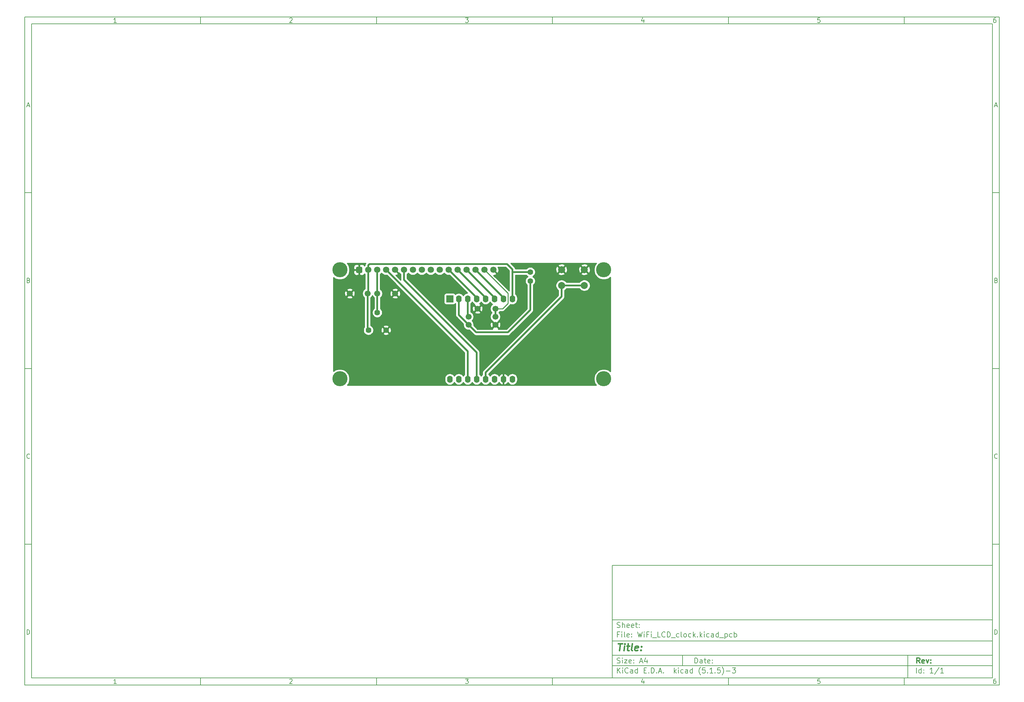
<source format=gbr>
G04 #@! TF.GenerationSoftware,KiCad,Pcbnew,(5.1.5)-3*
G04 #@! TF.CreationDate,2021-03-30T14:25:25+02:00*
G04 #@! TF.ProjectId,WiFi_LCD_clock,57694669-5f4c-4434-945f-636c6f636b2e,rev?*
G04 #@! TF.SameCoordinates,Original*
G04 #@! TF.FileFunction,Copper,L1,Top*
G04 #@! TF.FilePolarity,Positive*
%FSLAX46Y46*%
G04 Gerber Fmt 4.6, Leading zero omitted, Abs format (unit mm)*
G04 Created by KiCad (PCBNEW (5.1.5)-3) date 2021-03-30 14:25:25*
%MOMM*%
%LPD*%
G04 APERTURE LIST*
%ADD10C,0.100000*%
%ADD11C,0.150000*%
%ADD12C,0.300000*%
%ADD13C,0.400000*%
G04 #@! TA.AperFunction,ComponentPad*
%ADD14O,1.600000X2.000000*%
G04 #@! TD*
G04 #@! TA.AperFunction,ComponentPad*
%ADD15R,2.000000X2.000000*%
G04 #@! TD*
G04 #@! TA.AperFunction,ComponentPad*
%ADD16C,1.700000*%
G04 #@! TD*
G04 #@! TA.AperFunction,ComponentPad*
%ADD17C,2.000000*%
G04 #@! TD*
G04 #@! TA.AperFunction,ComponentPad*
%ADD18C,1.620000*%
G04 #@! TD*
G04 #@! TA.AperFunction,ComponentPad*
%ADD19C,1.600000*%
G04 #@! TD*
G04 #@! TA.AperFunction,ComponentPad*
%ADD20C,1.800000*%
G04 #@! TD*
G04 #@! TA.AperFunction,ComponentPad*
%ADD21C,4.300000*%
G04 #@! TD*
G04 #@! TA.AperFunction,ComponentPad*
%ADD22C,0.100000*%
G04 #@! TD*
G04 #@! TA.AperFunction,ViaPad*
%ADD23C,0.800000*%
G04 #@! TD*
G04 #@! TA.AperFunction,Conductor*
%ADD24C,0.500000*%
G04 #@! TD*
G04 #@! TA.AperFunction,Conductor*
%ADD25C,0.508000*%
G04 #@! TD*
G04 #@! TA.AperFunction,Conductor*
%ADD26C,0.254000*%
G04 #@! TD*
G04 APERTURE END LIST*
D10*
D11*
X177002200Y-166007200D02*
X177002200Y-198007200D01*
X285002200Y-198007200D01*
X285002200Y-166007200D01*
X177002200Y-166007200D01*
D10*
D11*
X10000000Y-10000000D02*
X10000000Y-200007200D01*
X287002200Y-200007200D01*
X287002200Y-10000000D01*
X10000000Y-10000000D01*
D10*
D11*
X12000000Y-12000000D02*
X12000000Y-198007200D01*
X285002200Y-198007200D01*
X285002200Y-12000000D01*
X12000000Y-12000000D01*
D10*
D11*
X60000000Y-12000000D02*
X60000000Y-10000000D01*
D10*
D11*
X110000000Y-12000000D02*
X110000000Y-10000000D01*
D10*
D11*
X160000000Y-12000000D02*
X160000000Y-10000000D01*
D10*
D11*
X210000000Y-12000000D02*
X210000000Y-10000000D01*
D10*
D11*
X260000000Y-12000000D02*
X260000000Y-10000000D01*
D10*
D11*
X36065476Y-11588095D02*
X35322619Y-11588095D01*
X35694047Y-11588095D02*
X35694047Y-10288095D01*
X35570238Y-10473809D01*
X35446428Y-10597619D01*
X35322619Y-10659523D01*
D10*
D11*
X85322619Y-10411904D02*
X85384523Y-10350000D01*
X85508333Y-10288095D01*
X85817857Y-10288095D01*
X85941666Y-10350000D01*
X86003571Y-10411904D01*
X86065476Y-10535714D01*
X86065476Y-10659523D01*
X86003571Y-10845238D01*
X85260714Y-11588095D01*
X86065476Y-11588095D01*
D10*
D11*
X135260714Y-10288095D02*
X136065476Y-10288095D01*
X135632142Y-10783333D01*
X135817857Y-10783333D01*
X135941666Y-10845238D01*
X136003571Y-10907142D01*
X136065476Y-11030952D01*
X136065476Y-11340476D01*
X136003571Y-11464285D01*
X135941666Y-11526190D01*
X135817857Y-11588095D01*
X135446428Y-11588095D01*
X135322619Y-11526190D01*
X135260714Y-11464285D01*
D10*
D11*
X185941666Y-10721428D02*
X185941666Y-11588095D01*
X185632142Y-10226190D02*
X185322619Y-11154761D01*
X186127380Y-11154761D01*
D10*
D11*
X236003571Y-10288095D02*
X235384523Y-10288095D01*
X235322619Y-10907142D01*
X235384523Y-10845238D01*
X235508333Y-10783333D01*
X235817857Y-10783333D01*
X235941666Y-10845238D01*
X236003571Y-10907142D01*
X236065476Y-11030952D01*
X236065476Y-11340476D01*
X236003571Y-11464285D01*
X235941666Y-11526190D01*
X235817857Y-11588095D01*
X235508333Y-11588095D01*
X235384523Y-11526190D01*
X235322619Y-11464285D01*
D10*
D11*
X285941666Y-10288095D02*
X285694047Y-10288095D01*
X285570238Y-10350000D01*
X285508333Y-10411904D01*
X285384523Y-10597619D01*
X285322619Y-10845238D01*
X285322619Y-11340476D01*
X285384523Y-11464285D01*
X285446428Y-11526190D01*
X285570238Y-11588095D01*
X285817857Y-11588095D01*
X285941666Y-11526190D01*
X286003571Y-11464285D01*
X286065476Y-11340476D01*
X286065476Y-11030952D01*
X286003571Y-10907142D01*
X285941666Y-10845238D01*
X285817857Y-10783333D01*
X285570238Y-10783333D01*
X285446428Y-10845238D01*
X285384523Y-10907142D01*
X285322619Y-11030952D01*
D10*
D11*
X60000000Y-198007200D02*
X60000000Y-200007200D01*
D10*
D11*
X110000000Y-198007200D02*
X110000000Y-200007200D01*
D10*
D11*
X160000000Y-198007200D02*
X160000000Y-200007200D01*
D10*
D11*
X210000000Y-198007200D02*
X210000000Y-200007200D01*
D10*
D11*
X260000000Y-198007200D02*
X260000000Y-200007200D01*
D10*
D11*
X36065476Y-199595295D02*
X35322619Y-199595295D01*
X35694047Y-199595295D02*
X35694047Y-198295295D01*
X35570238Y-198481009D01*
X35446428Y-198604819D01*
X35322619Y-198666723D01*
D10*
D11*
X85322619Y-198419104D02*
X85384523Y-198357200D01*
X85508333Y-198295295D01*
X85817857Y-198295295D01*
X85941666Y-198357200D01*
X86003571Y-198419104D01*
X86065476Y-198542914D01*
X86065476Y-198666723D01*
X86003571Y-198852438D01*
X85260714Y-199595295D01*
X86065476Y-199595295D01*
D10*
D11*
X135260714Y-198295295D02*
X136065476Y-198295295D01*
X135632142Y-198790533D01*
X135817857Y-198790533D01*
X135941666Y-198852438D01*
X136003571Y-198914342D01*
X136065476Y-199038152D01*
X136065476Y-199347676D01*
X136003571Y-199471485D01*
X135941666Y-199533390D01*
X135817857Y-199595295D01*
X135446428Y-199595295D01*
X135322619Y-199533390D01*
X135260714Y-199471485D01*
D10*
D11*
X185941666Y-198728628D02*
X185941666Y-199595295D01*
X185632142Y-198233390D02*
X185322619Y-199161961D01*
X186127380Y-199161961D01*
D10*
D11*
X236003571Y-198295295D02*
X235384523Y-198295295D01*
X235322619Y-198914342D01*
X235384523Y-198852438D01*
X235508333Y-198790533D01*
X235817857Y-198790533D01*
X235941666Y-198852438D01*
X236003571Y-198914342D01*
X236065476Y-199038152D01*
X236065476Y-199347676D01*
X236003571Y-199471485D01*
X235941666Y-199533390D01*
X235817857Y-199595295D01*
X235508333Y-199595295D01*
X235384523Y-199533390D01*
X235322619Y-199471485D01*
D10*
D11*
X285941666Y-198295295D02*
X285694047Y-198295295D01*
X285570238Y-198357200D01*
X285508333Y-198419104D01*
X285384523Y-198604819D01*
X285322619Y-198852438D01*
X285322619Y-199347676D01*
X285384523Y-199471485D01*
X285446428Y-199533390D01*
X285570238Y-199595295D01*
X285817857Y-199595295D01*
X285941666Y-199533390D01*
X286003571Y-199471485D01*
X286065476Y-199347676D01*
X286065476Y-199038152D01*
X286003571Y-198914342D01*
X285941666Y-198852438D01*
X285817857Y-198790533D01*
X285570238Y-198790533D01*
X285446428Y-198852438D01*
X285384523Y-198914342D01*
X285322619Y-199038152D01*
D10*
D11*
X10000000Y-60000000D02*
X12000000Y-60000000D01*
D10*
D11*
X10000000Y-110000000D02*
X12000000Y-110000000D01*
D10*
D11*
X10000000Y-160000000D02*
X12000000Y-160000000D01*
D10*
D11*
X10690476Y-35216666D02*
X11309523Y-35216666D01*
X10566666Y-35588095D02*
X11000000Y-34288095D01*
X11433333Y-35588095D01*
D10*
D11*
X11092857Y-84907142D02*
X11278571Y-84969047D01*
X11340476Y-85030952D01*
X11402380Y-85154761D01*
X11402380Y-85340476D01*
X11340476Y-85464285D01*
X11278571Y-85526190D01*
X11154761Y-85588095D01*
X10659523Y-85588095D01*
X10659523Y-84288095D01*
X11092857Y-84288095D01*
X11216666Y-84350000D01*
X11278571Y-84411904D01*
X11340476Y-84535714D01*
X11340476Y-84659523D01*
X11278571Y-84783333D01*
X11216666Y-84845238D01*
X11092857Y-84907142D01*
X10659523Y-84907142D01*
D10*
D11*
X11402380Y-135464285D02*
X11340476Y-135526190D01*
X11154761Y-135588095D01*
X11030952Y-135588095D01*
X10845238Y-135526190D01*
X10721428Y-135402380D01*
X10659523Y-135278571D01*
X10597619Y-135030952D01*
X10597619Y-134845238D01*
X10659523Y-134597619D01*
X10721428Y-134473809D01*
X10845238Y-134350000D01*
X11030952Y-134288095D01*
X11154761Y-134288095D01*
X11340476Y-134350000D01*
X11402380Y-134411904D01*
D10*
D11*
X10659523Y-185588095D02*
X10659523Y-184288095D01*
X10969047Y-184288095D01*
X11154761Y-184350000D01*
X11278571Y-184473809D01*
X11340476Y-184597619D01*
X11402380Y-184845238D01*
X11402380Y-185030952D01*
X11340476Y-185278571D01*
X11278571Y-185402380D01*
X11154761Y-185526190D01*
X10969047Y-185588095D01*
X10659523Y-185588095D01*
D10*
D11*
X287002200Y-60000000D02*
X285002200Y-60000000D01*
D10*
D11*
X287002200Y-110000000D02*
X285002200Y-110000000D01*
D10*
D11*
X287002200Y-160000000D02*
X285002200Y-160000000D01*
D10*
D11*
X285692676Y-35216666D02*
X286311723Y-35216666D01*
X285568866Y-35588095D02*
X286002200Y-34288095D01*
X286435533Y-35588095D01*
D10*
D11*
X286095057Y-84907142D02*
X286280771Y-84969047D01*
X286342676Y-85030952D01*
X286404580Y-85154761D01*
X286404580Y-85340476D01*
X286342676Y-85464285D01*
X286280771Y-85526190D01*
X286156961Y-85588095D01*
X285661723Y-85588095D01*
X285661723Y-84288095D01*
X286095057Y-84288095D01*
X286218866Y-84350000D01*
X286280771Y-84411904D01*
X286342676Y-84535714D01*
X286342676Y-84659523D01*
X286280771Y-84783333D01*
X286218866Y-84845238D01*
X286095057Y-84907142D01*
X285661723Y-84907142D01*
D10*
D11*
X286404580Y-135464285D02*
X286342676Y-135526190D01*
X286156961Y-135588095D01*
X286033152Y-135588095D01*
X285847438Y-135526190D01*
X285723628Y-135402380D01*
X285661723Y-135278571D01*
X285599819Y-135030952D01*
X285599819Y-134845238D01*
X285661723Y-134597619D01*
X285723628Y-134473809D01*
X285847438Y-134350000D01*
X286033152Y-134288095D01*
X286156961Y-134288095D01*
X286342676Y-134350000D01*
X286404580Y-134411904D01*
D10*
D11*
X285661723Y-185588095D02*
X285661723Y-184288095D01*
X285971247Y-184288095D01*
X286156961Y-184350000D01*
X286280771Y-184473809D01*
X286342676Y-184597619D01*
X286404580Y-184845238D01*
X286404580Y-185030952D01*
X286342676Y-185278571D01*
X286280771Y-185402380D01*
X286156961Y-185526190D01*
X285971247Y-185588095D01*
X285661723Y-185588095D01*
D10*
D11*
X200434342Y-193785771D02*
X200434342Y-192285771D01*
X200791485Y-192285771D01*
X201005771Y-192357200D01*
X201148628Y-192500057D01*
X201220057Y-192642914D01*
X201291485Y-192928628D01*
X201291485Y-193142914D01*
X201220057Y-193428628D01*
X201148628Y-193571485D01*
X201005771Y-193714342D01*
X200791485Y-193785771D01*
X200434342Y-193785771D01*
X202577200Y-193785771D02*
X202577200Y-193000057D01*
X202505771Y-192857200D01*
X202362914Y-192785771D01*
X202077200Y-192785771D01*
X201934342Y-192857200D01*
X202577200Y-193714342D02*
X202434342Y-193785771D01*
X202077200Y-193785771D01*
X201934342Y-193714342D01*
X201862914Y-193571485D01*
X201862914Y-193428628D01*
X201934342Y-193285771D01*
X202077200Y-193214342D01*
X202434342Y-193214342D01*
X202577200Y-193142914D01*
X203077200Y-192785771D02*
X203648628Y-192785771D01*
X203291485Y-192285771D02*
X203291485Y-193571485D01*
X203362914Y-193714342D01*
X203505771Y-193785771D01*
X203648628Y-193785771D01*
X204720057Y-193714342D02*
X204577200Y-193785771D01*
X204291485Y-193785771D01*
X204148628Y-193714342D01*
X204077200Y-193571485D01*
X204077200Y-193000057D01*
X204148628Y-192857200D01*
X204291485Y-192785771D01*
X204577200Y-192785771D01*
X204720057Y-192857200D01*
X204791485Y-193000057D01*
X204791485Y-193142914D01*
X204077200Y-193285771D01*
X205434342Y-193642914D02*
X205505771Y-193714342D01*
X205434342Y-193785771D01*
X205362914Y-193714342D01*
X205434342Y-193642914D01*
X205434342Y-193785771D01*
X205434342Y-192857200D02*
X205505771Y-192928628D01*
X205434342Y-193000057D01*
X205362914Y-192928628D01*
X205434342Y-192857200D01*
X205434342Y-193000057D01*
D10*
D11*
X177002200Y-194507200D02*
X285002200Y-194507200D01*
D10*
D11*
X178434342Y-196585771D02*
X178434342Y-195085771D01*
X179291485Y-196585771D02*
X178648628Y-195728628D01*
X179291485Y-195085771D02*
X178434342Y-195942914D01*
X179934342Y-196585771D02*
X179934342Y-195585771D01*
X179934342Y-195085771D02*
X179862914Y-195157200D01*
X179934342Y-195228628D01*
X180005771Y-195157200D01*
X179934342Y-195085771D01*
X179934342Y-195228628D01*
X181505771Y-196442914D02*
X181434342Y-196514342D01*
X181220057Y-196585771D01*
X181077200Y-196585771D01*
X180862914Y-196514342D01*
X180720057Y-196371485D01*
X180648628Y-196228628D01*
X180577200Y-195942914D01*
X180577200Y-195728628D01*
X180648628Y-195442914D01*
X180720057Y-195300057D01*
X180862914Y-195157200D01*
X181077200Y-195085771D01*
X181220057Y-195085771D01*
X181434342Y-195157200D01*
X181505771Y-195228628D01*
X182791485Y-196585771D02*
X182791485Y-195800057D01*
X182720057Y-195657200D01*
X182577200Y-195585771D01*
X182291485Y-195585771D01*
X182148628Y-195657200D01*
X182791485Y-196514342D02*
X182648628Y-196585771D01*
X182291485Y-196585771D01*
X182148628Y-196514342D01*
X182077200Y-196371485D01*
X182077200Y-196228628D01*
X182148628Y-196085771D01*
X182291485Y-196014342D01*
X182648628Y-196014342D01*
X182791485Y-195942914D01*
X184148628Y-196585771D02*
X184148628Y-195085771D01*
X184148628Y-196514342D02*
X184005771Y-196585771D01*
X183720057Y-196585771D01*
X183577200Y-196514342D01*
X183505771Y-196442914D01*
X183434342Y-196300057D01*
X183434342Y-195871485D01*
X183505771Y-195728628D01*
X183577200Y-195657200D01*
X183720057Y-195585771D01*
X184005771Y-195585771D01*
X184148628Y-195657200D01*
X186005771Y-195800057D02*
X186505771Y-195800057D01*
X186720057Y-196585771D02*
X186005771Y-196585771D01*
X186005771Y-195085771D01*
X186720057Y-195085771D01*
X187362914Y-196442914D02*
X187434342Y-196514342D01*
X187362914Y-196585771D01*
X187291485Y-196514342D01*
X187362914Y-196442914D01*
X187362914Y-196585771D01*
X188077200Y-196585771D02*
X188077200Y-195085771D01*
X188434342Y-195085771D01*
X188648628Y-195157200D01*
X188791485Y-195300057D01*
X188862914Y-195442914D01*
X188934342Y-195728628D01*
X188934342Y-195942914D01*
X188862914Y-196228628D01*
X188791485Y-196371485D01*
X188648628Y-196514342D01*
X188434342Y-196585771D01*
X188077200Y-196585771D01*
X189577200Y-196442914D02*
X189648628Y-196514342D01*
X189577200Y-196585771D01*
X189505771Y-196514342D01*
X189577200Y-196442914D01*
X189577200Y-196585771D01*
X190220057Y-196157200D02*
X190934342Y-196157200D01*
X190077200Y-196585771D02*
X190577200Y-195085771D01*
X191077200Y-196585771D01*
X191577200Y-196442914D02*
X191648628Y-196514342D01*
X191577200Y-196585771D01*
X191505771Y-196514342D01*
X191577200Y-196442914D01*
X191577200Y-196585771D01*
X194577200Y-196585771D02*
X194577200Y-195085771D01*
X194720057Y-196014342D02*
X195148628Y-196585771D01*
X195148628Y-195585771D02*
X194577200Y-196157200D01*
X195791485Y-196585771D02*
X195791485Y-195585771D01*
X195791485Y-195085771D02*
X195720057Y-195157200D01*
X195791485Y-195228628D01*
X195862914Y-195157200D01*
X195791485Y-195085771D01*
X195791485Y-195228628D01*
X197148628Y-196514342D02*
X197005771Y-196585771D01*
X196720057Y-196585771D01*
X196577200Y-196514342D01*
X196505771Y-196442914D01*
X196434342Y-196300057D01*
X196434342Y-195871485D01*
X196505771Y-195728628D01*
X196577200Y-195657200D01*
X196720057Y-195585771D01*
X197005771Y-195585771D01*
X197148628Y-195657200D01*
X198434342Y-196585771D02*
X198434342Y-195800057D01*
X198362914Y-195657200D01*
X198220057Y-195585771D01*
X197934342Y-195585771D01*
X197791485Y-195657200D01*
X198434342Y-196514342D02*
X198291485Y-196585771D01*
X197934342Y-196585771D01*
X197791485Y-196514342D01*
X197720057Y-196371485D01*
X197720057Y-196228628D01*
X197791485Y-196085771D01*
X197934342Y-196014342D01*
X198291485Y-196014342D01*
X198434342Y-195942914D01*
X199791485Y-196585771D02*
X199791485Y-195085771D01*
X199791485Y-196514342D02*
X199648628Y-196585771D01*
X199362914Y-196585771D01*
X199220057Y-196514342D01*
X199148628Y-196442914D01*
X199077200Y-196300057D01*
X199077200Y-195871485D01*
X199148628Y-195728628D01*
X199220057Y-195657200D01*
X199362914Y-195585771D01*
X199648628Y-195585771D01*
X199791485Y-195657200D01*
X202077200Y-197157200D02*
X202005771Y-197085771D01*
X201862914Y-196871485D01*
X201791485Y-196728628D01*
X201720057Y-196514342D01*
X201648628Y-196157200D01*
X201648628Y-195871485D01*
X201720057Y-195514342D01*
X201791485Y-195300057D01*
X201862914Y-195157200D01*
X202005771Y-194942914D01*
X202077200Y-194871485D01*
X203362914Y-195085771D02*
X202648628Y-195085771D01*
X202577200Y-195800057D01*
X202648628Y-195728628D01*
X202791485Y-195657200D01*
X203148628Y-195657200D01*
X203291485Y-195728628D01*
X203362914Y-195800057D01*
X203434342Y-195942914D01*
X203434342Y-196300057D01*
X203362914Y-196442914D01*
X203291485Y-196514342D01*
X203148628Y-196585771D01*
X202791485Y-196585771D01*
X202648628Y-196514342D01*
X202577200Y-196442914D01*
X204077200Y-196442914D02*
X204148628Y-196514342D01*
X204077200Y-196585771D01*
X204005771Y-196514342D01*
X204077200Y-196442914D01*
X204077200Y-196585771D01*
X205577200Y-196585771D02*
X204720057Y-196585771D01*
X205148628Y-196585771D02*
X205148628Y-195085771D01*
X205005771Y-195300057D01*
X204862914Y-195442914D01*
X204720057Y-195514342D01*
X206220057Y-196442914D02*
X206291485Y-196514342D01*
X206220057Y-196585771D01*
X206148628Y-196514342D01*
X206220057Y-196442914D01*
X206220057Y-196585771D01*
X207648628Y-195085771D02*
X206934342Y-195085771D01*
X206862914Y-195800057D01*
X206934342Y-195728628D01*
X207077200Y-195657200D01*
X207434342Y-195657200D01*
X207577200Y-195728628D01*
X207648628Y-195800057D01*
X207720057Y-195942914D01*
X207720057Y-196300057D01*
X207648628Y-196442914D01*
X207577200Y-196514342D01*
X207434342Y-196585771D01*
X207077200Y-196585771D01*
X206934342Y-196514342D01*
X206862914Y-196442914D01*
X208220057Y-197157200D02*
X208291485Y-197085771D01*
X208434342Y-196871485D01*
X208505771Y-196728628D01*
X208577200Y-196514342D01*
X208648628Y-196157200D01*
X208648628Y-195871485D01*
X208577200Y-195514342D01*
X208505771Y-195300057D01*
X208434342Y-195157200D01*
X208291485Y-194942914D01*
X208220057Y-194871485D01*
X209362914Y-196014342D02*
X210505771Y-196014342D01*
X211077200Y-195085771D02*
X212005771Y-195085771D01*
X211505771Y-195657200D01*
X211720057Y-195657200D01*
X211862914Y-195728628D01*
X211934342Y-195800057D01*
X212005771Y-195942914D01*
X212005771Y-196300057D01*
X211934342Y-196442914D01*
X211862914Y-196514342D01*
X211720057Y-196585771D01*
X211291485Y-196585771D01*
X211148628Y-196514342D01*
X211077200Y-196442914D01*
D10*
D11*
X177002200Y-191507200D02*
X285002200Y-191507200D01*
D10*
D12*
X264411485Y-193785771D02*
X263911485Y-193071485D01*
X263554342Y-193785771D02*
X263554342Y-192285771D01*
X264125771Y-192285771D01*
X264268628Y-192357200D01*
X264340057Y-192428628D01*
X264411485Y-192571485D01*
X264411485Y-192785771D01*
X264340057Y-192928628D01*
X264268628Y-193000057D01*
X264125771Y-193071485D01*
X263554342Y-193071485D01*
X265625771Y-193714342D02*
X265482914Y-193785771D01*
X265197200Y-193785771D01*
X265054342Y-193714342D01*
X264982914Y-193571485D01*
X264982914Y-193000057D01*
X265054342Y-192857200D01*
X265197200Y-192785771D01*
X265482914Y-192785771D01*
X265625771Y-192857200D01*
X265697200Y-193000057D01*
X265697200Y-193142914D01*
X264982914Y-193285771D01*
X266197200Y-192785771D02*
X266554342Y-193785771D01*
X266911485Y-192785771D01*
X267482914Y-193642914D02*
X267554342Y-193714342D01*
X267482914Y-193785771D01*
X267411485Y-193714342D01*
X267482914Y-193642914D01*
X267482914Y-193785771D01*
X267482914Y-192857200D02*
X267554342Y-192928628D01*
X267482914Y-193000057D01*
X267411485Y-192928628D01*
X267482914Y-192857200D01*
X267482914Y-193000057D01*
D10*
D11*
X178362914Y-193714342D02*
X178577200Y-193785771D01*
X178934342Y-193785771D01*
X179077200Y-193714342D01*
X179148628Y-193642914D01*
X179220057Y-193500057D01*
X179220057Y-193357200D01*
X179148628Y-193214342D01*
X179077200Y-193142914D01*
X178934342Y-193071485D01*
X178648628Y-193000057D01*
X178505771Y-192928628D01*
X178434342Y-192857200D01*
X178362914Y-192714342D01*
X178362914Y-192571485D01*
X178434342Y-192428628D01*
X178505771Y-192357200D01*
X178648628Y-192285771D01*
X179005771Y-192285771D01*
X179220057Y-192357200D01*
X179862914Y-193785771D02*
X179862914Y-192785771D01*
X179862914Y-192285771D02*
X179791485Y-192357200D01*
X179862914Y-192428628D01*
X179934342Y-192357200D01*
X179862914Y-192285771D01*
X179862914Y-192428628D01*
X180434342Y-192785771D02*
X181220057Y-192785771D01*
X180434342Y-193785771D01*
X181220057Y-193785771D01*
X182362914Y-193714342D02*
X182220057Y-193785771D01*
X181934342Y-193785771D01*
X181791485Y-193714342D01*
X181720057Y-193571485D01*
X181720057Y-193000057D01*
X181791485Y-192857200D01*
X181934342Y-192785771D01*
X182220057Y-192785771D01*
X182362914Y-192857200D01*
X182434342Y-193000057D01*
X182434342Y-193142914D01*
X181720057Y-193285771D01*
X183077200Y-193642914D02*
X183148628Y-193714342D01*
X183077200Y-193785771D01*
X183005771Y-193714342D01*
X183077200Y-193642914D01*
X183077200Y-193785771D01*
X183077200Y-192857200D02*
X183148628Y-192928628D01*
X183077200Y-193000057D01*
X183005771Y-192928628D01*
X183077200Y-192857200D01*
X183077200Y-193000057D01*
X184862914Y-193357200D02*
X185577200Y-193357200D01*
X184720057Y-193785771D02*
X185220057Y-192285771D01*
X185720057Y-193785771D01*
X186862914Y-192785771D02*
X186862914Y-193785771D01*
X186505771Y-192214342D02*
X186148628Y-193285771D01*
X187077200Y-193285771D01*
D10*
D11*
X263434342Y-196585771D02*
X263434342Y-195085771D01*
X264791485Y-196585771D02*
X264791485Y-195085771D01*
X264791485Y-196514342D02*
X264648628Y-196585771D01*
X264362914Y-196585771D01*
X264220057Y-196514342D01*
X264148628Y-196442914D01*
X264077200Y-196300057D01*
X264077200Y-195871485D01*
X264148628Y-195728628D01*
X264220057Y-195657200D01*
X264362914Y-195585771D01*
X264648628Y-195585771D01*
X264791485Y-195657200D01*
X265505771Y-196442914D02*
X265577200Y-196514342D01*
X265505771Y-196585771D01*
X265434342Y-196514342D01*
X265505771Y-196442914D01*
X265505771Y-196585771D01*
X265505771Y-195657200D02*
X265577200Y-195728628D01*
X265505771Y-195800057D01*
X265434342Y-195728628D01*
X265505771Y-195657200D01*
X265505771Y-195800057D01*
X268148628Y-196585771D02*
X267291485Y-196585771D01*
X267720057Y-196585771D02*
X267720057Y-195085771D01*
X267577200Y-195300057D01*
X267434342Y-195442914D01*
X267291485Y-195514342D01*
X269862914Y-195014342D02*
X268577200Y-196942914D01*
X271148628Y-196585771D02*
X270291485Y-196585771D01*
X270720057Y-196585771D02*
X270720057Y-195085771D01*
X270577200Y-195300057D01*
X270434342Y-195442914D01*
X270291485Y-195514342D01*
D10*
D11*
X177002200Y-187507200D02*
X285002200Y-187507200D01*
D10*
D13*
X178714580Y-188211961D02*
X179857438Y-188211961D01*
X179036009Y-190211961D02*
X179286009Y-188211961D01*
X180274104Y-190211961D02*
X180440771Y-188878628D01*
X180524104Y-188211961D02*
X180416961Y-188307200D01*
X180500295Y-188402438D01*
X180607438Y-188307200D01*
X180524104Y-188211961D01*
X180500295Y-188402438D01*
X181107438Y-188878628D02*
X181869342Y-188878628D01*
X181476485Y-188211961D02*
X181262200Y-189926247D01*
X181333628Y-190116723D01*
X181512200Y-190211961D01*
X181702676Y-190211961D01*
X182655057Y-190211961D02*
X182476485Y-190116723D01*
X182405057Y-189926247D01*
X182619342Y-188211961D01*
X184190771Y-190116723D02*
X183988390Y-190211961D01*
X183607438Y-190211961D01*
X183428866Y-190116723D01*
X183357438Y-189926247D01*
X183452676Y-189164342D01*
X183571723Y-188973866D01*
X183774104Y-188878628D01*
X184155057Y-188878628D01*
X184333628Y-188973866D01*
X184405057Y-189164342D01*
X184381247Y-189354819D01*
X183405057Y-189545295D01*
X185155057Y-190021485D02*
X185238390Y-190116723D01*
X185131247Y-190211961D01*
X185047914Y-190116723D01*
X185155057Y-190021485D01*
X185131247Y-190211961D01*
X185286009Y-188973866D02*
X185369342Y-189069104D01*
X185262200Y-189164342D01*
X185178866Y-189069104D01*
X185286009Y-188973866D01*
X185262200Y-189164342D01*
D10*
D11*
X178934342Y-185600057D02*
X178434342Y-185600057D01*
X178434342Y-186385771D02*
X178434342Y-184885771D01*
X179148628Y-184885771D01*
X179720057Y-186385771D02*
X179720057Y-185385771D01*
X179720057Y-184885771D02*
X179648628Y-184957200D01*
X179720057Y-185028628D01*
X179791485Y-184957200D01*
X179720057Y-184885771D01*
X179720057Y-185028628D01*
X180648628Y-186385771D02*
X180505771Y-186314342D01*
X180434342Y-186171485D01*
X180434342Y-184885771D01*
X181791485Y-186314342D02*
X181648628Y-186385771D01*
X181362914Y-186385771D01*
X181220057Y-186314342D01*
X181148628Y-186171485D01*
X181148628Y-185600057D01*
X181220057Y-185457200D01*
X181362914Y-185385771D01*
X181648628Y-185385771D01*
X181791485Y-185457200D01*
X181862914Y-185600057D01*
X181862914Y-185742914D01*
X181148628Y-185885771D01*
X182505771Y-186242914D02*
X182577200Y-186314342D01*
X182505771Y-186385771D01*
X182434342Y-186314342D01*
X182505771Y-186242914D01*
X182505771Y-186385771D01*
X182505771Y-185457200D02*
X182577200Y-185528628D01*
X182505771Y-185600057D01*
X182434342Y-185528628D01*
X182505771Y-185457200D01*
X182505771Y-185600057D01*
X184220057Y-184885771D02*
X184577200Y-186385771D01*
X184862914Y-185314342D01*
X185148628Y-186385771D01*
X185505771Y-184885771D01*
X186077200Y-186385771D02*
X186077200Y-185385771D01*
X186077200Y-184885771D02*
X186005771Y-184957200D01*
X186077200Y-185028628D01*
X186148628Y-184957200D01*
X186077200Y-184885771D01*
X186077200Y-185028628D01*
X187291485Y-185600057D02*
X186791485Y-185600057D01*
X186791485Y-186385771D02*
X186791485Y-184885771D01*
X187505771Y-184885771D01*
X188077200Y-186385771D02*
X188077200Y-185385771D01*
X188077200Y-184885771D02*
X188005771Y-184957200D01*
X188077200Y-185028628D01*
X188148628Y-184957200D01*
X188077200Y-184885771D01*
X188077200Y-185028628D01*
X188434342Y-186528628D02*
X189577200Y-186528628D01*
X190648628Y-186385771D02*
X189934342Y-186385771D01*
X189934342Y-184885771D01*
X192005771Y-186242914D02*
X191934342Y-186314342D01*
X191720057Y-186385771D01*
X191577200Y-186385771D01*
X191362914Y-186314342D01*
X191220057Y-186171485D01*
X191148628Y-186028628D01*
X191077200Y-185742914D01*
X191077200Y-185528628D01*
X191148628Y-185242914D01*
X191220057Y-185100057D01*
X191362914Y-184957200D01*
X191577200Y-184885771D01*
X191720057Y-184885771D01*
X191934342Y-184957200D01*
X192005771Y-185028628D01*
X192648628Y-186385771D02*
X192648628Y-184885771D01*
X193005771Y-184885771D01*
X193220057Y-184957200D01*
X193362914Y-185100057D01*
X193434342Y-185242914D01*
X193505771Y-185528628D01*
X193505771Y-185742914D01*
X193434342Y-186028628D01*
X193362914Y-186171485D01*
X193220057Y-186314342D01*
X193005771Y-186385771D01*
X192648628Y-186385771D01*
X193791485Y-186528628D02*
X194934342Y-186528628D01*
X195934342Y-186314342D02*
X195791485Y-186385771D01*
X195505771Y-186385771D01*
X195362914Y-186314342D01*
X195291485Y-186242914D01*
X195220057Y-186100057D01*
X195220057Y-185671485D01*
X195291485Y-185528628D01*
X195362914Y-185457200D01*
X195505771Y-185385771D01*
X195791485Y-185385771D01*
X195934342Y-185457200D01*
X196791485Y-186385771D02*
X196648628Y-186314342D01*
X196577200Y-186171485D01*
X196577200Y-184885771D01*
X197577200Y-186385771D02*
X197434342Y-186314342D01*
X197362914Y-186242914D01*
X197291485Y-186100057D01*
X197291485Y-185671485D01*
X197362914Y-185528628D01*
X197434342Y-185457200D01*
X197577200Y-185385771D01*
X197791485Y-185385771D01*
X197934342Y-185457200D01*
X198005771Y-185528628D01*
X198077200Y-185671485D01*
X198077200Y-186100057D01*
X198005771Y-186242914D01*
X197934342Y-186314342D01*
X197791485Y-186385771D01*
X197577200Y-186385771D01*
X199362914Y-186314342D02*
X199220057Y-186385771D01*
X198934342Y-186385771D01*
X198791485Y-186314342D01*
X198720057Y-186242914D01*
X198648628Y-186100057D01*
X198648628Y-185671485D01*
X198720057Y-185528628D01*
X198791485Y-185457200D01*
X198934342Y-185385771D01*
X199220057Y-185385771D01*
X199362914Y-185457200D01*
X200005771Y-186385771D02*
X200005771Y-184885771D01*
X200148628Y-185814342D02*
X200577200Y-186385771D01*
X200577200Y-185385771D02*
X200005771Y-185957200D01*
X201220057Y-186242914D02*
X201291485Y-186314342D01*
X201220057Y-186385771D01*
X201148628Y-186314342D01*
X201220057Y-186242914D01*
X201220057Y-186385771D01*
X201934342Y-186385771D02*
X201934342Y-184885771D01*
X202077200Y-185814342D02*
X202505771Y-186385771D01*
X202505771Y-185385771D02*
X201934342Y-185957200D01*
X203148628Y-186385771D02*
X203148628Y-185385771D01*
X203148628Y-184885771D02*
X203077200Y-184957200D01*
X203148628Y-185028628D01*
X203220057Y-184957200D01*
X203148628Y-184885771D01*
X203148628Y-185028628D01*
X204505771Y-186314342D02*
X204362914Y-186385771D01*
X204077200Y-186385771D01*
X203934342Y-186314342D01*
X203862914Y-186242914D01*
X203791485Y-186100057D01*
X203791485Y-185671485D01*
X203862914Y-185528628D01*
X203934342Y-185457200D01*
X204077200Y-185385771D01*
X204362914Y-185385771D01*
X204505771Y-185457200D01*
X205791485Y-186385771D02*
X205791485Y-185600057D01*
X205720057Y-185457200D01*
X205577200Y-185385771D01*
X205291485Y-185385771D01*
X205148628Y-185457200D01*
X205791485Y-186314342D02*
X205648628Y-186385771D01*
X205291485Y-186385771D01*
X205148628Y-186314342D01*
X205077200Y-186171485D01*
X205077200Y-186028628D01*
X205148628Y-185885771D01*
X205291485Y-185814342D01*
X205648628Y-185814342D01*
X205791485Y-185742914D01*
X207148628Y-186385771D02*
X207148628Y-184885771D01*
X207148628Y-186314342D02*
X207005771Y-186385771D01*
X206720057Y-186385771D01*
X206577200Y-186314342D01*
X206505771Y-186242914D01*
X206434342Y-186100057D01*
X206434342Y-185671485D01*
X206505771Y-185528628D01*
X206577200Y-185457200D01*
X206720057Y-185385771D01*
X207005771Y-185385771D01*
X207148628Y-185457200D01*
X207505771Y-186528628D02*
X208648628Y-186528628D01*
X209005771Y-185385771D02*
X209005771Y-186885771D01*
X209005771Y-185457200D02*
X209148628Y-185385771D01*
X209434342Y-185385771D01*
X209577200Y-185457200D01*
X209648628Y-185528628D01*
X209720057Y-185671485D01*
X209720057Y-186100057D01*
X209648628Y-186242914D01*
X209577200Y-186314342D01*
X209434342Y-186385771D01*
X209148628Y-186385771D01*
X209005771Y-186314342D01*
X211005771Y-186314342D02*
X210862914Y-186385771D01*
X210577200Y-186385771D01*
X210434342Y-186314342D01*
X210362914Y-186242914D01*
X210291485Y-186100057D01*
X210291485Y-185671485D01*
X210362914Y-185528628D01*
X210434342Y-185457200D01*
X210577200Y-185385771D01*
X210862914Y-185385771D01*
X211005771Y-185457200D01*
X211648628Y-186385771D02*
X211648628Y-184885771D01*
X211648628Y-185457200D02*
X211791485Y-185385771D01*
X212077200Y-185385771D01*
X212220057Y-185457200D01*
X212291485Y-185528628D01*
X212362914Y-185671485D01*
X212362914Y-186100057D01*
X212291485Y-186242914D01*
X212220057Y-186314342D01*
X212077200Y-186385771D01*
X211791485Y-186385771D01*
X211648628Y-186314342D01*
D10*
D11*
X177002200Y-181507200D02*
X285002200Y-181507200D01*
D10*
D11*
X178362914Y-183614342D02*
X178577200Y-183685771D01*
X178934342Y-183685771D01*
X179077200Y-183614342D01*
X179148628Y-183542914D01*
X179220057Y-183400057D01*
X179220057Y-183257200D01*
X179148628Y-183114342D01*
X179077200Y-183042914D01*
X178934342Y-182971485D01*
X178648628Y-182900057D01*
X178505771Y-182828628D01*
X178434342Y-182757200D01*
X178362914Y-182614342D01*
X178362914Y-182471485D01*
X178434342Y-182328628D01*
X178505771Y-182257200D01*
X178648628Y-182185771D01*
X179005771Y-182185771D01*
X179220057Y-182257200D01*
X179862914Y-183685771D02*
X179862914Y-182185771D01*
X180505771Y-183685771D02*
X180505771Y-182900057D01*
X180434342Y-182757200D01*
X180291485Y-182685771D01*
X180077200Y-182685771D01*
X179934342Y-182757200D01*
X179862914Y-182828628D01*
X181791485Y-183614342D02*
X181648628Y-183685771D01*
X181362914Y-183685771D01*
X181220057Y-183614342D01*
X181148628Y-183471485D01*
X181148628Y-182900057D01*
X181220057Y-182757200D01*
X181362914Y-182685771D01*
X181648628Y-182685771D01*
X181791485Y-182757200D01*
X181862914Y-182900057D01*
X181862914Y-183042914D01*
X181148628Y-183185771D01*
X183077200Y-183614342D02*
X182934342Y-183685771D01*
X182648628Y-183685771D01*
X182505771Y-183614342D01*
X182434342Y-183471485D01*
X182434342Y-182900057D01*
X182505771Y-182757200D01*
X182648628Y-182685771D01*
X182934342Y-182685771D01*
X183077200Y-182757200D01*
X183148628Y-182900057D01*
X183148628Y-183042914D01*
X182434342Y-183185771D01*
X183577200Y-182685771D02*
X184148628Y-182685771D01*
X183791485Y-182185771D02*
X183791485Y-183471485D01*
X183862914Y-183614342D01*
X184005771Y-183685771D01*
X184148628Y-183685771D01*
X184648628Y-183542914D02*
X184720057Y-183614342D01*
X184648628Y-183685771D01*
X184577200Y-183614342D01*
X184648628Y-183542914D01*
X184648628Y-183685771D01*
X184648628Y-182757200D02*
X184720057Y-182828628D01*
X184648628Y-182900057D01*
X184577200Y-182828628D01*
X184648628Y-182757200D01*
X184648628Y-182900057D01*
D10*
D11*
X197002200Y-191507200D02*
X197002200Y-194507200D01*
D10*
D11*
X261002200Y-191507200D02*
X261002200Y-198007200D01*
D14*
G04 #@! TO.P,U1,16*
G04 #@! TO.N,N/C*
X130810000Y-113030000D03*
G04 #@! TO.P,U1,15*
X133350000Y-113030000D03*
G04 #@! TO.P,U1,14*
G04 #@! TO.N,LCD_RS*
X135890000Y-113030000D03*
G04 #@! TO.P,U1,13*
G04 #@! TO.N,LCD_E*
X138430000Y-113030000D03*
G04 #@! TO.P,U1,12*
G04 #@! TO.N,Net-(SW1-Pad1)*
X140970000Y-113030000D03*
G04 #@! TO.P,U1,11*
G04 #@! TO.N,N/C*
X143510000Y-113030000D03*
G04 #@! TO.P,U1,10*
G04 #@! TO.N,GND*
X146050000Y-113030000D03*
G04 #@! TO.P,U1,9*
G04 #@! TO.N,N/C*
X148590000Y-113030000D03*
G04 #@! TO.P,U1,8*
G04 #@! TO.N,+3V3*
X148590000Y-90170000D03*
G04 #@! TO.P,U1,7*
G04 #@! TO.N,/LCD_D7*
X146050000Y-90170000D03*
G04 #@! TO.P,U1,6*
G04 #@! TO.N,/LCD_D6*
X143510000Y-90170000D03*
G04 #@! TO.P,U1,5*
G04 #@! TO.N,/LCD_D5*
X140970000Y-90170000D03*
G04 #@! TO.P,U1,4*
G04 #@! TO.N,/LCD_D4*
X138430000Y-90170000D03*
G04 #@! TO.P,U1,3*
G04 #@! TO.N,Net-(R3-Pad2)*
X135890000Y-90170000D03*
D15*
G04 #@! TO.P,U1,1*
G04 #@! TO.N,N/C*
X130810000Y-90170000D03*
D14*
G04 #@! TO.P,U1,2*
G04 #@! TO.N,AMBIENT*
X133350000Y-90170000D03*
G04 #@! TD*
D16*
G04 #@! TO.P,C2,2*
G04 #@! TO.N,GND*
X115290500Y-88646000D03*
G04 #@! TO.P,C2,1*
G04 #@! TO.N,/CONTRAST*
X110210500Y-88646000D03*
G04 #@! TD*
G04 #@! TO.P,C1,2*
G04 #@! TO.N,+3V3*
X107442000Y-88646000D03*
G04 #@! TO.P,C1,1*
G04 #@! TO.N,GND*
X102362000Y-88646000D03*
G04 #@! TD*
G04 #@! TO.P,C3,2*
G04 #@! TO.N,GND*
X138684000Y-92964000D03*
G04 #@! TO.P,C3,1*
G04 #@! TO.N,BK_LIGHT*
X143764000Y-92964000D03*
G04 #@! TD*
D17*
G04 #@! TO.P,SW1,1*
G04 #@! TO.N,Net-(SW1-Pad1)*
X169060000Y-86360000D03*
G04 #@! TO.P,SW1,2*
G04 #@! TO.N,GND*
X169060000Y-81860000D03*
G04 #@! TO.P,SW1,1*
G04 #@! TO.N,Net-(SW1-Pad1)*
X162560000Y-86360000D03*
G04 #@! TO.P,SW1,2*
G04 #@! TO.N,GND*
X162560000Y-81860000D03*
G04 #@! TD*
D18*
G04 #@! TO.P,RV1,1*
G04 #@! TO.N,+3V3*
X107696000Y-99060000D03*
G04 #@! TO.P,RV1,2*
G04 #@! TO.N,/CONTRAST*
X110196000Y-94060000D03*
G04 #@! TO.P,RV1,3*
G04 #@! TO.N,GND*
X112696000Y-99060000D03*
G04 #@! TD*
D16*
G04 #@! TO.P,R3,2*
G04 #@! TO.N,Net-(R3-Pad2)*
X136144000Y-95250000D03*
G04 #@! TO.P,R3,1*
G04 #@! TO.N,BK_LIGHT*
X143764000Y-95250000D03*
G04 #@! TD*
D19*
G04 #@! TO.P,R2,2*
G04 #@! TO.N,AMBIENT*
X153670000Y-85090000D03*
G04 #@! TO.P,R2,1*
G04 #@! TO.N,+3V3*
X153670000Y-82550000D03*
G04 #@! TD*
D16*
G04 #@! TO.P,R1,2*
G04 #@! TO.N,GND*
X143764000Y-97536000D03*
G04 #@! TO.P,R1,1*
G04 #@! TO.N,AMBIENT*
X136144000Y-97536000D03*
G04 #@! TD*
D20*
G04 #@! TO.P,LCD1,2*
G04 #@! TO.N,+3V3*
X107604999Y-81930999D03*
D21*
G04 #@! TO.P,LCD1,*
G04 #@! TO.N,*
X174564999Y-112930999D03*
D20*
G04 #@! TO.P,LCD1,3*
G04 #@! TO.N,/CONTRAST*
X110144999Y-81930999D03*
G04 #@! TO.P,LCD1,6*
G04 #@! TO.N,LCD_E*
X117764999Y-81930999D03*
G04 #@! TO.P,LCD1,13*
G04 #@! TO.N,/LCD_D6*
X135544999Y-81930999D03*
G04 #@! TO.P,LCD1,16*
G04 #@! TO.N,GND*
X143164999Y-81930999D03*
G04 #@! TO.P,LCD1,14*
G04 #@! TO.N,/LCD_D7*
X138084999Y-81930999D03*
G04 #@! TO.P,LCD1,5*
G04 #@! TO.N,GND*
X115224999Y-81930999D03*
G04 #@! TO.P,LCD1,15*
G04 #@! TO.N,BK_LIGHT*
X140624999Y-81930999D03*
D21*
G04 #@! TO.P,LCD1,*
G04 #@! TO.N,*
X99564999Y-81930999D03*
X174564999Y-81930999D03*
D20*
G04 #@! TO.P,LCD1,4*
G04 #@! TO.N,LCD_RS*
X112684999Y-81930999D03*
G04 #@! TO.P,LCD1,7*
G04 #@! TO.N,N/C*
X120304999Y-81930999D03*
G04 #@! TO.P,LCD1,9*
X125384999Y-81930999D03*
D21*
G04 #@! TO.P,LCD1,*
G04 #@! TO.N,*
X99564999Y-112930999D03*
D20*
G04 #@! TO.P,LCD1,12*
G04 #@! TO.N,/LCD_D5*
X133004999Y-81930999D03*
G04 #@! TO.P,LCD1,8*
G04 #@! TO.N,N/C*
X122844999Y-81930999D03*
G04 #@! TO.P,LCD1,11*
G04 #@! TO.N,/LCD_D4*
X130464999Y-81930999D03*
G04 #@! TO.P,LCD1,10*
G04 #@! TO.N,N/C*
X127924999Y-81930999D03*
G04 #@! TA.AperFunction,ComponentPad*
D22*
G04 #@! TO.P,LCD1,1*
G04 #@! TO.N,GND*
G36*
X105559107Y-81033166D02*
G01*
X105602790Y-81039646D01*
X105645627Y-81050376D01*
X105687207Y-81065253D01*
X105727128Y-81084134D01*
X105765006Y-81106838D01*
X105800476Y-81133144D01*
X105833197Y-81162801D01*
X105862854Y-81195522D01*
X105889160Y-81230992D01*
X105911864Y-81268870D01*
X105930745Y-81308791D01*
X105945622Y-81350371D01*
X105956352Y-81393208D01*
X105962832Y-81436891D01*
X105964999Y-81480999D01*
X105964999Y-82380999D01*
X105962832Y-82425107D01*
X105956352Y-82468790D01*
X105945622Y-82511627D01*
X105930745Y-82553207D01*
X105911864Y-82593128D01*
X105889160Y-82631006D01*
X105862854Y-82666476D01*
X105833197Y-82699197D01*
X105800476Y-82728854D01*
X105765006Y-82755160D01*
X105727128Y-82777864D01*
X105687207Y-82796745D01*
X105645627Y-82811622D01*
X105602790Y-82822352D01*
X105559107Y-82828832D01*
X105514999Y-82830999D01*
X104614999Y-82830999D01*
X104570891Y-82828832D01*
X104527208Y-82822352D01*
X104484371Y-82811622D01*
X104442791Y-82796745D01*
X104402870Y-82777864D01*
X104364992Y-82755160D01*
X104329522Y-82728854D01*
X104296801Y-82699197D01*
X104267144Y-82666476D01*
X104240838Y-82631006D01*
X104218134Y-82593128D01*
X104199253Y-82553207D01*
X104184376Y-82511627D01*
X104173646Y-82468790D01*
X104167166Y-82425107D01*
X104164999Y-82380999D01*
X104164999Y-81480999D01*
X104167166Y-81436891D01*
X104173646Y-81393208D01*
X104184376Y-81350371D01*
X104199253Y-81308791D01*
X104218134Y-81268870D01*
X104240838Y-81230992D01*
X104267144Y-81195522D01*
X104296801Y-81162801D01*
X104329522Y-81133144D01*
X104364992Y-81106838D01*
X104402870Y-81084134D01*
X104442791Y-81065253D01*
X104484371Y-81050376D01*
X104527208Y-81039646D01*
X104570891Y-81033166D01*
X104614999Y-81030999D01*
X105514999Y-81030999D01*
X105559107Y-81033166D01*
G37*
G04 #@! TD.AperFunction*
G04 #@! TD*
D23*
G04 #@! TO.N,GND*
X128270000Y-85090000D03*
X130810000Y-85090000D03*
X125730000Y-85090000D03*
X123190000Y-85090000D03*
X120650000Y-85090000D03*
X123190000Y-87630000D03*
X130810000Y-87630000D03*
X133350000Y-87630000D03*
X128270000Y-87630000D03*
X125730000Y-87630000D03*
X144780000Y-83820000D03*
X146050000Y-82550000D03*
X146050000Y-85090000D03*
X147320000Y-83820000D03*
X99060000Y-96520000D03*
X99060000Y-88900000D03*
X99060000Y-86360000D03*
X99060000Y-91440000D03*
X99060000Y-93980000D03*
X99060000Y-109220000D03*
X99060000Y-99060000D03*
X99060000Y-104140000D03*
X99060000Y-101600000D03*
X99060000Y-106680000D03*
X175260000Y-96520000D03*
X175260000Y-86360000D03*
X175260000Y-109220000D03*
X175260000Y-91440000D03*
X175260000Y-106680000D03*
X175260000Y-104140000D03*
X175260000Y-99060000D03*
X175260000Y-101600000D03*
X175260000Y-88900000D03*
X175260000Y-93980000D03*
X152400000Y-113030000D03*
X154940000Y-113030000D03*
X167640000Y-113030000D03*
X160020000Y-113030000D03*
X157480000Y-113030000D03*
X165100000Y-113030000D03*
X162560000Y-113030000D03*
X170180000Y-113030000D03*
X114300000Y-113030000D03*
X106680000Y-113030000D03*
X119380000Y-113030000D03*
X109220000Y-113030000D03*
X111760000Y-113030000D03*
X121920000Y-113030000D03*
X116840000Y-113030000D03*
X104140000Y-113030000D03*
X127000000Y-113030000D03*
X124460000Y-113030000D03*
X130810000Y-92710000D03*
X130810000Y-95250000D03*
X128270000Y-92710000D03*
X128270000Y-90170000D03*
X125730000Y-90170000D03*
X147320000Y-95250000D03*
X149860000Y-95250000D03*
X147320000Y-97790000D03*
X149860000Y-92710000D03*
X152400000Y-92710000D03*
X147320000Y-101600000D03*
X144780000Y-101600000D03*
X142240000Y-101600000D03*
X139700000Y-101600000D03*
X139700000Y-104140000D03*
X142240000Y-104140000D03*
X144780000Y-104140000D03*
X142240000Y-106680000D03*
X139700000Y-106680000D03*
X139700000Y-109220000D03*
X152400000Y-90170000D03*
X152400000Y-87630000D03*
X149860000Y-87630000D03*
X149860000Y-85090000D03*
G04 #@! TD*
D24*
G04 #@! TO.N,+3V3*
X107604999Y-88483001D02*
X107442000Y-88646000D01*
X107604999Y-81930999D02*
X107604999Y-88483001D01*
D25*
X107604999Y-80658207D02*
X107999206Y-80264000D01*
X107604999Y-81930999D02*
X107604999Y-80658207D01*
X107999206Y-80264000D02*
X147066000Y-80264000D01*
X147066000Y-80264000D02*
X148590000Y-81788000D01*
X148590000Y-85283998D02*
X148590000Y-90170000D01*
X107442000Y-98806000D02*
X107696000Y-99060000D01*
X107442000Y-88646000D02*
X107442000Y-98806000D01*
X153670000Y-82550000D02*
X148590000Y-82550000D01*
X148590000Y-81788000D02*
X148590000Y-82550000D01*
X148590000Y-82550000D02*
X148590000Y-85283998D01*
D24*
G04 #@! TO.N,/CONTRAST*
X110144999Y-88580499D02*
X110210500Y-88646000D01*
X110144999Y-81930999D02*
X110144999Y-88580499D01*
D25*
X110210500Y-94045500D02*
X110196000Y-94060000D01*
X110210500Y-88646000D02*
X110210500Y-94045500D01*
D24*
G04 #@! TO.N,BK_LIGHT*
X143764000Y-95250000D02*
X143764000Y-92964000D01*
D26*
X140624999Y-81930999D02*
X147320000Y-88626000D01*
X147320000Y-88626000D02*
X147320000Y-91440000D01*
X145796000Y-92964000D02*
X143764000Y-92964000D01*
X147320000Y-91440000D02*
X145796000Y-92964000D01*
D24*
G04 #@! TO.N,LCD_E*
X117764999Y-81930999D02*
X117764999Y-84744999D01*
X138430000Y-105410000D02*
X138430000Y-113030000D01*
X117764999Y-84744999D02*
X138430000Y-105410000D01*
G04 #@! TO.N,/LCD_D6*
X143510000Y-89896000D02*
X143510000Y-90170000D01*
X135544999Y-81930999D02*
X143510000Y-89896000D01*
G04 #@! TO.N,/LCD_D7*
X146050000Y-89896000D02*
X146050000Y-90170000D01*
X138084999Y-81930999D02*
X146050000Y-89896000D01*
G04 #@! TO.N,LCD_RS*
X112684999Y-81930999D02*
X135890000Y-105136000D01*
X135890000Y-105136000D02*
X135890000Y-113030000D01*
G04 #@! TO.N,/LCD_D5*
X140970000Y-89896000D02*
X140970000Y-90170000D01*
X133004999Y-81930999D02*
X140970000Y-89896000D01*
G04 #@! TO.N,/LCD_D4*
X138430000Y-89896000D02*
X138430000Y-90170000D01*
X130464999Y-81930999D02*
X138430000Y-89896000D01*
D25*
G04 #@! TO.N,AMBIENT*
X133350000Y-94742000D02*
X136144000Y-97536000D01*
X133350000Y-90170000D02*
X133350000Y-94742000D01*
X153670000Y-93345000D02*
X153670000Y-85090000D01*
X136144000Y-97536000D02*
X138303000Y-99695000D01*
X147320000Y-99695000D02*
X153670000Y-93345000D01*
X138303000Y-99695000D02*
X147320000Y-99695000D01*
D24*
G04 #@! TO.N,Net-(R3-Pad2)*
X135890000Y-94996000D02*
X136144000Y-95250000D01*
X135890000Y-90170000D02*
X135890000Y-94996000D01*
D25*
G04 #@! TO.N,Net-(SW1-Pad1)*
X162560000Y-85598000D02*
X162560000Y-89535000D01*
X140970000Y-111125000D02*
X140970000Y-113030000D01*
X162560000Y-89535000D02*
X140970000Y-111125000D01*
X169060000Y-86360000D02*
X162560000Y-86360000D01*
G04 #@! TD*
D26*
G04 #@! TO.N,GND*
G36*
X106945506Y-80060465D02*
G01*
X106945504Y-80060467D01*
X106862247Y-80161916D01*
X106779697Y-80316355D01*
X106728863Y-80483933D01*
X106711699Y-80658207D01*
X106713875Y-80680301D01*
X106626494Y-80738687D01*
X106560055Y-80805126D01*
X106554501Y-80786819D01*
X106495536Y-80676505D01*
X106416184Y-80579814D01*
X106319493Y-80500462D01*
X106209179Y-80441497D01*
X106089481Y-80405187D01*
X105964999Y-80392927D01*
X105350749Y-80395999D01*
X105191999Y-80554749D01*
X105191999Y-81803999D01*
X105211999Y-81803999D01*
X105211999Y-82057999D01*
X105191999Y-82057999D01*
X105191999Y-83307249D01*
X105350749Y-83465999D01*
X105964999Y-83469071D01*
X106089481Y-83456811D01*
X106209179Y-83420501D01*
X106319493Y-83361536D01*
X106416184Y-83282184D01*
X106495536Y-83185493D01*
X106554501Y-83075179D01*
X106560055Y-83056872D01*
X106626494Y-83123311D01*
X106719999Y-83185789D01*
X106720000Y-87342431D01*
X106495368Y-87492525D01*
X106288525Y-87699368D01*
X106126010Y-87942589D01*
X106014068Y-88212842D01*
X105957000Y-88499740D01*
X105957000Y-88792260D01*
X106014068Y-89079158D01*
X106126010Y-89349411D01*
X106288525Y-89592632D01*
X106495368Y-89799475D01*
X106553000Y-89837984D01*
X106553001Y-98169687D01*
X106415457Y-98375536D01*
X106306530Y-98638509D01*
X106251000Y-98917680D01*
X106251000Y-99202320D01*
X106306530Y-99481491D01*
X106415457Y-99744464D01*
X106573595Y-99981134D01*
X106774866Y-100182405D01*
X107011536Y-100340543D01*
X107274509Y-100449470D01*
X107553680Y-100505000D01*
X107838320Y-100505000D01*
X108117491Y-100449470D01*
X108380464Y-100340543D01*
X108617134Y-100182405D01*
X108739696Y-100059843D01*
X111875762Y-100059843D01*
X111948556Y-100304832D01*
X112205773Y-100426733D01*
X112481829Y-100496110D01*
X112766115Y-100510298D01*
X113047706Y-100468752D01*
X113315783Y-100373068D01*
X113443444Y-100304832D01*
X113516238Y-100059843D01*
X112696000Y-99239605D01*
X111875762Y-100059843D01*
X108739696Y-100059843D01*
X108818405Y-99981134D01*
X108976543Y-99744464D01*
X109085470Y-99481491D01*
X109141000Y-99202320D01*
X109141000Y-99130115D01*
X111245702Y-99130115D01*
X111287248Y-99411706D01*
X111382932Y-99679783D01*
X111451168Y-99807444D01*
X111696157Y-99880238D01*
X112516395Y-99060000D01*
X112875605Y-99060000D01*
X113695843Y-99880238D01*
X113940832Y-99807444D01*
X114062733Y-99550227D01*
X114132110Y-99274171D01*
X114146298Y-98989885D01*
X114104752Y-98708294D01*
X114009068Y-98440217D01*
X113940832Y-98312556D01*
X113695843Y-98239762D01*
X112875605Y-99060000D01*
X112516395Y-99060000D01*
X111696157Y-98239762D01*
X111451168Y-98312556D01*
X111329267Y-98569773D01*
X111259890Y-98845829D01*
X111245702Y-99130115D01*
X109141000Y-99130115D01*
X109141000Y-98917680D01*
X109085470Y-98638509D01*
X108976543Y-98375536D01*
X108818405Y-98138866D01*
X108739696Y-98060157D01*
X111875762Y-98060157D01*
X112696000Y-98880395D01*
X113516238Y-98060157D01*
X113443444Y-97815168D01*
X113186227Y-97693267D01*
X112910171Y-97623890D01*
X112625885Y-97609702D01*
X112344294Y-97651248D01*
X112076217Y-97746932D01*
X111948556Y-97815168D01*
X111875762Y-98060157D01*
X108739696Y-98060157D01*
X108617134Y-97937595D01*
X108380464Y-97779457D01*
X108331000Y-97758968D01*
X108331000Y-89837983D01*
X108388632Y-89799475D01*
X108595475Y-89592632D01*
X108757990Y-89349411D01*
X108826250Y-89184616D01*
X108894510Y-89349411D01*
X109057025Y-89592632D01*
X109263868Y-89799475D01*
X109321500Y-89837984D01*
X109321501Y-92906435D01*
X109274866Y-92937595D01*
X109073595Y-93138866D01*
X108915457Y-93375536D01*
X108806530Y-93638509D01*
X108751000Y-93917680D01*
X108751000Y-94202320D01*
X108806530Y-94481491D01*
X108915457Y-94744464D01*
X109073595Y-94981134D01*
X109274866Y-95182405D01*
X109511536Y-95340543D01*
X109774509Y-95449470D01*
X110053680Y-95505000D01*
X110338320Y-95505000D01*
X110617491Y-95449470D01*
X110880464Y-95340543D01*
X111117134Y-95182405D01*
X111318405Y-94981134D01*
X111476543Y-94744464D01*
X111585470Y-94481491D01*
X111641000Y-94202320D01*
X111641000Y-93917680D01*
X111585470Y-93638509D01*
X111476543Y-93375536D01*
X111318405Y-93138866D01*
X111117134Y-92937595D01*
X111099500Y-92925812D01*
X111099500Y-89837983D01*
X111157132Y-89799475D01*
X111282210Y-89674397D01*
X114441708Y-89674397D01*
X114519343Y-89923472D01*
X114783383Y-90049371D01*
X115066911Y-90121339D01*
X115359031Y-90136611D01*
X115648519Y-90094599D01*
X115924247Y-89996919D01*
X116061657Y-89923472D01*
X116139292Y-89674397D01*
X115290500Y-88825605D01*
X114441708Y-89674397D01*
X111282210Y-89674397D01*
X111363975Y-89592632D01*
X111526490Y-89349411D01*
X111638432Y-89079158D01*
X111695500Y-88792260D01*
X111695500Y-88714531D01*
X113799889Y-88714531D01*
X113841901Y-89004019D01*
X113939581Y-89279747D01*
X114013028Y-89417157D01*
X114262103Y-89494792D01*
X115110895Y-88646000D01*
X115470105Y-88646000D01*
X116318897Y-89494792D01*
X116567972Y-89417157D01*
X116693871Y-89153117D01*
X116765839Y-88869589D01*
X116781111Y-88577469D01*
X116739099Y-88287981D01*
X116641419Y-88012253D01*
X116567972Y-87874843D01*
X116318897Y-87797208D01*
X115470105Y-88646000D01*
X115110895Y-88646000D01*
X114262103Y-87797208D01*
X114013028Y-87874843D01*
X113887129Y-88138883D01*
X113815161Y-88422411D01*
X113799889Y-88714531D01*
X111695500Y-88714531D01*
X111695500Y-88499740D01*
X111638432Y-88212842D01*
X111526490Y-87942589D01*
X111363975Y-87699368D01*
X111282210Y-87617603D01*
X114441708Y-87617603D01*
X115290500Y-88466395D01*
X116139292Y-87617603D01*
X116061657Y-87368528D01*
X115797617Y-87242629D01*
X115514089Y-87170661D01*
X115221969Y-87155389D01*
X114932481Y-87197401D01*
X114656753Y-87295081D01*
X114519343Y-87368528D01*
X114441708Y-87617603D01*
X111282210Y-87617603D01*
X111157132Y-87492525D01*
X111029999Y-87407577D01*
X111029999Y-83185789D01*
X111123504Y-83123311D01*
X111337311Y-82909504D01*
X111414999Y-82793236D01*
X111492687Y-82909504D01*
X111706494Y-83123311D01*
X111957904Y-83291298D01*
X112237256Y-83407010D01*
X112533815Y-83465999D01*
X112836183Y-83465999D01*
X112946481Y-83444059D01*
X135005000Y-105502579D01*
X135005001Y-111699922D01*
X134870393Y-111810392D01*
X134691068Y-112028899D01*
X134620000Y-112161858D01*
X134548932Y-112028899D01*
X134369608Y-111810392D01*
X134151101Y-111631068D01*
X133901808Y-111497818D01*
X133631309Y-111415764D01*
X133350000Y-111388057D01*
X133068692Y-111415764D01*
X132798193Y-111497818D01*
X132548900Y-111631068D01*
X132330393Y-111810392D01*
X132151068Y-112028899D01*
X132080000Y-112161858D01*
X132008932Y-112028899D01*
X131829608Y-111810392D01*
X131611101Y-111631068D01*
X131361808Y-111497818D01*
X131091309Y-111415764D01*
X130810000Y-111388057D01*
X130528692Y-111415764D01*
X130258193Y-111497818D01*
X130008900Y-111631068D01*
X129790393Y-111810392D01*
X129611068Y-112028899D01*
X129477818Y-112278192D01*
X129395764Y-112548691D01*
X129375000Y-112759508D01*
X129375000Y-113300491D01*
X129395764Y-113511308D01*
X129477818Y-113781807D01*
X129611068Y-114031100D01*
X129790392Y-114249607D01*
X130008899Y-114428932D01*
X130258192Y-114562182D01*
X130528691Y-114644236D01*
X130810000Y-114671943D01*
X131091308Y-114644236D01*
X131361807Y-114562182D01*
X131611100Y-114428932D01*
X131829607Y-114249608D01*
X132008932Y-114031101D01*
X132080000Y-113898142D01*
X132151068Y-114031100D01*
X132330392Y-114249607D01*
X132548899Y-114428932D01*
X132798192Y-114562182D01*
X133068691Y-114644236D01*
X133350000Y-114671943D01*
X133631308Y-114644236D01*
X133901807Y-114562182D01*
X134151100Y-114428932D01*
X134369607Y-114249608D01*
X134548932Y-114031101D01*
X134620000Y-113898142D01*
X134691068Y-114031100D01*
X134870392Y-114249607D01*
X135088899Y-114428932D01*
X135338192Y-114562182D01*
X135608691Y-114644236D01*
X135890000Y-114671943D01*
X136171308Y-114644236D01*
X136441807Y-114562182D01*
X136691100Y-114428932D01*
X136909607Y-114249608D01*
X137088932Y-114031101D01*
X137160000Y-113898142D01*
X137231068Y-114031100D01*
X137410392Y-114249607D01*
X137628899Y-114428932D01*
X137878192Y-114562182D01*
X138148691Y-114644236D01*
X138430000Y-114671943D01*
X138711308Y-114644236D01*
X138981807Y-114562182D01*
X139231100Y-114428932D01*
X139449607Y-114249608D01*
X139628932Y-114031101D01*
X139700000Y-113898142D01*
X139771068Y-114031100D01*
X139950392Y-114249607D01*
X140168899Y-114428932D01*
X140418192Y-114562182D01*
X140688691Y-114644236D01*
X140970000Y-114671943D01*
X141251308Y-114644236D01*
X141521807Y-114562182D01*
X141771100Y-114428932D01*
X141989607Y-114249608D01*
X142168932Y-114031101D01*
X142240000Y-113898142D01*
X142311068Y-114031100D01*
X142490392Y-114249607D01*
X142708899Y-114428932D01*
X142958192Y-114562182D01*
X143228691Y-114644236D01*
X143510000Y-114671943D01*
X143791308Y-114644236D01*
X144061807Y-114562182D01*
X144311100Y-114428932D01*
X144529607Y-114249608D01*
X144708932Y-114031101D01*
X144778122Y-113901655D01*
X144785570Y-113919227D01*
X144944327Y-114152662D01*
X145145575Y-114350639D01*
X145381579Y-114505551D01*
X145643270Y-114611444D01*
X145700961Y-114621904D01*
X145923000Y-114499915D01*
X145923000Y-113157000D01*
X145903000Y-113157000D01*
X145903000Y-112903000D01*
X145923000Y-112903000D01*
X145923000Y-111560085D01*
X146177000Y-111560085D01*
X146177000Y-112903000D01*
X146197000Y-112903000D01*
X146197000Y-113157000D01*
X146177000Y-113157000D01*
X146177000Y-114499915D01*
X146399039Y-114621904D01*
X146456730Y-114611444D01*
X146718421Y-114505551D01*
X146954425Y-114350639D01*
X147155673Y-114152662D01*
X147314430Y-113919227D01*
X147321878Y-113901655D01*
X147391068Y-114031100D01*
X147570392Y-114249607D01*
X147788899Y-114428932D01*
X148038192Y-114562182D01*
X148308691Y-114644236D01*
X148590000Y-114671943D01*
X148871308Y-114644236D01*
X149141807Y-114562182D01*
X149391100Y-114428932D01*
X149609607Y-114249608D01*
X149788932Y-114031101D01*
X149922182Y-113781808D01*
X150004236Y-113511309D01*
X150025000Y-113300492D01*
X150025000Y-112759509D01*
X150004236Y-112548692D01*
X149922182Y-112278193D01*
X149788932Y-112028899D01*
X149609608Y-111810392D01*
X149391101Y-111631068D01*
X149141808Y-111497818D01*
X148871309Y-111415764D01*
X148590000Y-111388057D01*
X148308692Y-111415764D01*
X148038193Y-111497818D01*
X147788900Y-111631068D01*
X147570393Y-111810392D01*
X147391068Y-112028899D01*
X147321878Y-112158345D01*
X147314430Y-112140773D01*
X147155673Y-111907338D01*
X146954425Y-111709361D01*
X146718421Y-111554449D01*
X146456730Y-111448556D01*
X146399039Y-111438096D01*
X146177000Y-111560085D01*
X145923000Y-111560085D01*
X145700961Y-111438096D01*
X145643270Y-111448556D01*
X145381579Y-111554449D01*
X145145575Y-111709361D01*
X144944327Y-111907338D01*
X144785570Y-112140773D01*
X144778122Y-112158345D01*
X144708932Y-112028899D01*
X144529608Y-111810392D01*
X144311101Y-111631068D01*
X144061808Y-111497818D01*
X143791309Y-111415764D01*
X143510000Y-111388057D01*
X143228692Y-111415764D01*
X142958193Y-111497818D01*
X142708900Y-111631068D01*
X142490393Y-111810392D01*
X142311068Y-112028899D01*
X142240000Y-112161858D01*
X142168932Y-112028899D01*
X141989608Y-111810392D01*
X141859000Y-111703205D01*
X141859000Y-111493235D01*
X163157742Y-90194494D01*
X163191659Y-90166659D01*
X163302753Y-90031291D01*
X163385303Y-89876851D01*
X163432121Y-89722510D01*
X163436136Y-89709275D01*
X163439639Y-89673709D01*
X163449000Y-89578667D01*
X163449000Y-89578660D01*
X163453300Y-89535000D01*
X163449000Y-89491340D01*
X163449000Y-87732387D01*
X163602252Y-87629987D01*
X163829987Y-87402252D01*
X163932387Y-87249000D01*
X167687613Y-87249000D01*
X167790013Y-87402252D01*
X168017748Y-87629987D01*
X168285537Y-87808918D01*
X168583088Y-87932168D01*
X168898967Y-87995000D01*
X169221033Y-87995000D01*
X169536912Y-87932168D01*
X169834463Y-87808918D01*
X170102252Y-87629987D01*
X170329987Y-87402252D01*
X170508918Y-87134463D01*
X170632168Y-86836912D01*
X170695000Y-86521033D01*
X170695000Y-86198967D01*
X170632168Y-85883088D01*
X170508918Y-85585537D01*
X170329987Y-85317748D01*
X170102252Y-85090013D01*
X169834463Y-84911082D01*
X169536912Y-84787832D01*
X169221033Y-84725000D01*
X168898967Y-84725000D01*
X168583088Y-84787832D01*
X168285537Y-84911082D01*
X168017748Y-85090013D01*
X167790013Y-85317748D01*
X167687613Y-85471000D01*
X163932387Y-85471000D01*
X163829987Y-85317748D01*
X163602252Y-85090013D01*
X163334463Y-84911082D01*
X163036912Y-84787832D01*
X162789522Y-84738623D01*
X162734273Y-84721864D01*
X162560000Y-84704699D01*
X162385726Y-84721864D01*
X162330475Y-84738624D01*
X162083088Y-84787832D01*
X161785537Y-84911082D01*
X161517748Y-85090013D01*
X161290013Y-85317748D01*
X161111082Y-85585537D01*
X160987832Y-85883088D01*
X160925000Y-86198967D01*
X160925000Y-86521033D01*
X160987832Y-86836912D01*
X161111082Y-87134463D01*
X161290013Y-87402252D01*
X161517748Y-87629987D01*
X161671001Y-87732387D01*
X161671001Y-89166763D01*
X140372264Y-110465501D01*
X140338341Y-110493341D01*
X140227247Y-110628710D01*
X140144697Y-110783150D01*
X140093864Y-110950727D01*
X140081000Y-111081334D01*
X140081000Y-111081340D01*
X140076700Y-111125000D01*
X140081000Y-111168660D01*
X140081000Y-111703205D01*
X139950393Y-111810392D01*
X139771068Y-112028899D01*
X139700000Y-112161858D01*
X139628932Y-112028899D01*
X139449608Y-111810392D01*
X139315000Y-111699922D01*
X139315000Y-105453469D01*
X139319281Y-105410000D01*
X139315000Y-105366531D01*
X139315000Y-105366523D01*
X139302195Y-105236510D01*
X139258517Y-105092524D01*
X139251589Y-105069686D01*
X139169411Y-104915941D01*
X139086532Y-104814953D01*
X139086530Y-104814951D01*
X139058817Y-104781183D01*
X139025051Y-104753472D01*
X118649999Y-84378421D01*
X118649999Y-83185789D01*
X118743504Y-83123311D01*
X118957311Y-82909504D01*
X119034999Y-82793236D01*
X119112687Y-82909504D01*
X119326494Y-83123311D01*
X119577904Y-83291298D01*
X119857256Y-83407010D01*
X120153815Y-83465999D01*
X120456183Y-83465999D01*
X120752742Y-83407010D01*
X121032094Y-83291298D01*
X121283504Y-83123311D01*
X121497311Y-82909504D01*
X121574999Y-82793236D01*
X121652687Y-82909504D01*
X121866494Y-83123311D01*
X122117904Y-83291298D01*
X122397256Y-83407010D01*
X122693815Y-83465999D01*
X122996183Y-83465999D01*
X123292742Y-83407010D01*
X123572094Y-83291298D01*
X123823504Y-83123311D01*
X124037311Y-82909504D01*
X124114999Y-82793236D01*
X124192687Y-82909504D01*
X124406494Y-83123311D01*
X124657904Y-83291298D01*
X124937256Y-83407010D01*
X125233815Y-83465999D01*
X125536183Y-83465999D01*
X125832742Y-83407010D01*
X126112094Y-83291298D01*
X126363504Y-83123311D01*
X126577311Y-82909504D01*
X126654999Y-82793236D01*
X126732687Y-82909504D01*
X126946494Y-83123311D01*
X127197904Y-83291298D01*
X127477256Y-83407010D01*
X127773815Y-83465999D01*
X128076183Y-83465999D01*
X128372742Y-83407010D01*
X128652094Y-83291298D01*
X128903504Y-83123311D01*
X129117311Y-82909504D01*
X129194999Y-82793236D01*
X129272687Y-82909504D01*
X129486494Y-83123311D01*
X129737904Y-83291298D01*
X130017256Y-83407010D01*
X130313815Y-83465999D01*
X130616183Y-83465999D01*
X130726481Y-83444059D01*
X135817608Y-88535187D01*
X135608692Y-88555764D01*
X135338193Y-88637818D01*
X135088900Y-88771068D01*
X134870393Y-88950392D01*
X134691068Y-89168899D01*
X134620000Y-89301858D01*
X134548932Y-89168899D01*
X134369608Y-88950392D01*
X134151101Y-88771068D01*
X133901808Y-88637818D01*
X133631309Y-88555764D01*
X133350000Y-88528057D01*
X133068692Y-88555764D01*
X132798193Y-88637818D01*
X132548900Y-88771068D01*
X132387559Y-88903477D01*
X132340537Y-88815506D01*
X132261185Y-88718815D01*
X132164494Y-88639463D01*
X132054180Y-88580498D01*
X131934482Y-88544188D01*
X131810000Y-88531928D01*
X129810000Y-88531928D01*
X129685518Y-88544188D01*
X129565820Y-88580498D01*
X129455506Y-88639463D01*
X129358815Y-88718815D01*
X129279463Y-88815506D01*
X129220498Y-88925820D01*
X129184188Y-89045518D01*
X129171928Y-89170000D01*
X129171928Y-91170000D01*
X129184188Y-91294482D01*
X129220498Y-91414180D01*
X129279463Y-91524494D01*
X129358815Y-91621185D01*
X129455506Y-91700537D01*
X129565820Y-91759502D01*
X129685518Y-91795812D01*
X129810000Y-91808072D01*
X131810000Y-91808072D01*
X131934482Y-91795812D01*
X132054180Y-91759502D01*
X132164494Y-91700537D01*
X132261185Y-91621185D01*
X132340537Y-91524494D01*
X132387559Y-91436523D01*
X132461000Y-91496795D01*
X132461001Y-94698330D01*
X132456700Y-94742000D01*
X132473864Y-94916274D01*
X132524698Y-95083852D01*
X132570473Y-95169490D01*
X132607248Y-95238291D01*
X132718342Y-95373659D01*
X132752259Y-95401494D01*
X134672523Y-97321758D01*
X134659000Y-97389740D01*
X134659000Y-97682260D01*
X134716068Y-97969158D01*
X134828010Y-98239411D01*
X134990525Y-98482632D01*
X135197368Y-98689475D01*
X135440589Y-98851990D01*
X135710842Y-98963932D01*
X135997740Y-99021000D01*
X136290260Y-99021000D01*
X136358242Y-99007477D01*
X137643506Y-100292742D01*
X137671341Y-100326659D01*
X137806709Y-100437753D01*
X137961149Y-100520303D01*
X138027058Y-100540296D01*
X138128724Y-100571136D01*
X138161924Y-100574406D01*
X138259333Y-100584000D01*
X138259339Y-100584000D01*
X138302999Y-100588300D01*
X138346659Y-100584000D01*
X147276340Y-100584000D01*
X147320000Y-100588300D01*
X147363660Y-100584000D01*
X147363667Y-100584000D01*
X147494274Y-100571136D01*
X147661851Y-100520303D01*
X147816291Y-100437753D01*
X147951659Y-100326659D01*
X147979499Y-100292736D01*
X154267743Y-94004493D01*
X154301659Y-93976659D01*
X154412753Y-93841291D01*
X154495303Y-93686851D01*
X154532657Y-93563709D01*
X154546136Y-93519276D01*
X154550879Y-93471117D01*
X154559000Y-93388667D01*
X154559000Y-93388661D01*
X154563300Y-93345001D01*
X154559000Y-93301341D01*
X154559000Y-86221849D01*
X154584759Y-86204637D01*
X154784637Y-86004759D01*
X154941680Y-85769727D01*
X155049853Y-85508574D01*
X155105000Y-85231335D01*
X155105000Y-84948665D01*
X155049853Y-84671426D01*
X154941680Y-84410273D01*
X154784637Y-84175241D01*
X154584759Y-83975363D01*
X154352241Y-83820000D01*
X154584759Y-83664637D01*
X154784637Y-83464759D01*
X154941680Y-83229727D01*
X155038735Y-82995413D01*
X161604192Y-82995413D01*
X161699956Y-83259814D01*
X161989571Y-83400704D01*
X162301108Y-83482384D01*
X162622595Y-83501718D01*
X162941675Y-83457961D01*
X163246088Y-83352795D01*
X163420044Y-83259814D01*
X163515808Y-82995413D01*
X168104192Y-82995413D01*
X168199956Y-83259814D01*
X168489571Y-83400704D01*
X168801108Y-83482384D01*
X169122595Y-83501718D01*
X169441675Y-83457961D01*
X169746088Y-83352795D01*
X169920044Y-83259814D01*
X170015808Y-82995413D01*
X169060000Y-82039605D01*
X168104192Y-82995413D01*
X163515808Y-82995413D01*
X162560000Y-82039605D01*
X161604192Y-82995413D01*
X155038735Y-82995413D01*
X155049853Y-82968574D01*
X155105000Y-82691335D01*
X155105000Y-82408665D01*
X155049853Y-82131426D01*
X154963353Y-81922595D01*
X160918282Y-81922595D01*
X160962039Y-82241675D01*
X161067205Y-82546088D01*
X161160186Y-82720044D01*
X161424587Y-82815808D01*
X162380395Y-81860000D01*
X162739605Y-81860000D01*
X163695413Y-82815808D01*
X163959814Y-82720044D01*
X164100704Y-82430429D01*
X164182384Y-82118892D01*
X164194189Y-81922595D01*
X167418282Y-81922595D01*
X167462039Y-82241675D01*
X167567205Y-82546088D01*
X167660186Y-82720044D01*
X167924587Y-82815808D01*
X168880395Y-81860000D01*
X169239605Y-81860000D01*
X170195413Y-82815808D01*
X170459814Y-82720044D01*
X170600704Y-82430429D01*
X170682384Y-82118892D01*
X170701718Y-81797405D01*
X170657961Y-81478325D01*
X170552795Y-81173912D01*
X170459814Y-80999956D01*
X170195413Y-80904192D01*
X169239605Y-81860000D01*
X168880395Y-81860000D01*
X167924587Y-80904192D01*
X167660186Y-80999956D01*
X167519296Y-81289571D01*
X167437616Y-81601108D01*
X167418282Y-81922595D01*
X164194189Y-81922595D01*
X164201718Y-81797405D01*
X164157961Y-81478325D01*
X164052795Y-81173912D01*
X163959814Y-80999956D01*
X163695413Y-80904192D01*
X162739605Y-81860000D01*
X162380395Y-81860000D01*
X161424587Y-80904192D01*
X161160186Y-80999956D01*
X161019296Y-81289571D01*
X160937616Y-81601108D01*
X160918282Y-81922595D01*
X154963353Y-81922595D01*
X154941680Y-81870273D01*
X154784637Y-81635241D01*
X154584759Y-81435363D01*
X154349727Y-81278320D01*
X154088574Y-81170147D01*
X153811335Y-81115000D01*
X153528665Y-81115000D01*
X153251426Y-81170147D01*
X152990273Y-81278320D01*
X152755241Y-81435363D01*
X152555363Y-81635241D01*
X152538151Y-81661000D01*
X149470792Y-81661000D01*
X149466136Y-81613726D01*
X149466136Y-81613724D01*
X149415302Y-81446147D01*
X149409538Y-81435363D01*
X149332753Y-81291709D01*
X149221659Y-81156341D01*
X149187743Y-81128507D01*
X148783823Y-80724587D01*
X161604192Y-80724587D01*
X162560000Y-81680395D01*
X163515808Y-80724587D01*
X168104192Y-80724587D01*
X169060000Y-81680395D01*
X170015808Y-80724587D01*
X169920044Y-80460186D01*
X169630429Y-80319296D01*
X169318892Y-80237616D01*
X168997405Y-80218282D01*
X168678325Y-80262039D01*
X168373912Y-80367205D01*
X168199956Y-80460186D01*
X168104192Y-80724587D01*
X163515808Y-80724587D01*
X163420044Y-80460186D01*
X163130429Y-80319296D01*
X162818892Y-80237616D01*
X162497405Y-80218282D01*
X162178325Y-80262039D01*
X161873912Y-80367205D01*
X161699956Y-80460186D01*
X161604192Y-80724587D01*
X148783823Y-80724587D01*
X148119235Y-80060000D01*
X172497414Y-80060000D01*
X172401749Y-80155665D01*
X172096964Y-80611807D01*
X171887025Y-81118645D01*
X171779999Y-81656700D01*
X171779999Y-82205298D01*
X171887025Y-82743353D01*
X172096964Y-83250191D01*
X172401749Y-83706333D01*
X172789665Y-84094249D01*
X173245807Y-84399034D01*
X173752645Y-84608973D01*
X174290700Y-84715999D01*
X174839298Y-84715999D01*
X175377353Y-84608973D01*
X175884191Y-84399034D01*
X176340333Y-84094249D01*
X176440000Y-83994582D01*
X176440001Y-110867417D01*
X176340333Y-110767749D01*
X175884191Y-110462964D01*
X175377353Y-110253025D01*
X174839298Y-110145999D01*
X174290700Y-110145999D01*
X173752645Y-110253025D01*
X173245807Y-110462964D01*
X172789665Y-110767749D01*
X172401749Y-111155665D01*
X172096964Y-111611807D01*
X171887025Y-112118645D01*
X171779999Y-112656700D01*
X171779999Y-113205298D01*
X171887025Y-113743353D01*
X172096964Y-114250191D01*
X172401749Y-114706333D01*
X172435416Y-114740000D01*
X101694582Y-114740000D01*
X101728249Y-114706333D01*
X102033034Y-114250191D01*
X102242973Y-113743353D01*
X102349999Y-113205298D01*
X102349999Y-112656700D01*
X102242973Y-112118645D01*
X102033034Y-111611807D01*
X101728249Y-111155665D01*
X101340333Y-110767749D01*
X100884191Y-110462964D01*
X100377353Y-110253025D01*
X99839298Y-110145999D01*
X99290700Y-110145999D01*
X98752645Y-110253025D01*
X98245807Y-110462964D01*
X97789665Y-110767749D01*
X97760000Y-110797414D01*
X97760000Y-89674397D01*
X101513208Y-89674397D01*
X101590843Y-89923472D01*
X101854883Y-90049371D01*
X102138411Y-90121339D01*
X102430531Y-90136611D01*
X102720019Y-90094599D01*
X102995747Y-89996919D01*
X103133157Y-89923472D01*
X103210792Y-89674397D01*
X102362000Y-88825605D01*
X101513208Y-89674397D01*
X97760000Y-89674397D01*
X97760000Y-88714531D01*
X100871389Y-88714531D01*
X100913401Y-89004019D01*
X101011081Y-89279747D01*
X101084528Y-89417157D01*
X101333603Y-89494792D01*
X102182395Y-88646000D01*
X102541605Y-88646000D01*
X103390397Y-89494792D01*
X103639472Y-89417157D01*
X103765371Y-89153117D01*
X103837339Y-88869589D01*
X103852611Y-88577469D01*
X103810599Y-88287981D01*
X103712919Y-88012253D01*
X103639472Y-87874843D01*
X103390397Y-87797208D01*
X102541605Y-88646000D01*
X102182395Y-88646000D01*
X101333603Y-87797208D01*
X101084528Y-87874843D01*
X100958629Y-88138883D01*
X100886661Y-88422411D01*
X100871389Y-88714531D01*
X97760000Y-88714531D01*
X97760000Y-87617603D01*
X101513208Y-87617603D01*
X102362000Y-88466395D01*
X103210792Y-87617603D01*
X103133157Y-87368528D01*
X102869117Y-87242629D01*
X102585589Y-87170661D01*
X102293469Y-87155389D01*
X102003981Y-87197401D01*
X101728253Y-87295081D01*
X101590843Y-87368528D01*
X101513208Y-87617603D01*
X97760000Y-87617603D01*
X97760000Y-84064584D01*
X97789665Y-84094249D01*
X98245807Y-84399034D01*
X98752645Y-84608973D01*
X99290700Y-84715999D01*
X99839298Y-84715999D01*
X100377353Y-84608973D01*
X100884191Y-84399034D01*
X101340333Y-84094249D01*
X101728249Y-83706333D01*
X102033034Y-83250191D01*
X102206668Y-82830999D01*
X103526927Y-82830999D01*
X103539187Y-82955481D01*
X103575497Y-83075179D01*
X103634462Y-83185493D01*
X103713814Y-83282184D01*
X103810505Y-83361536D01*
X103920819Y-83420501D01*
X104040517Y-83456811D01*
X104164999Y-83469071D01*
X104779249Y-83465999D01*
X104937999Y-83307249D01*
X104937999Y-82057999D01*
X103688749Y-82057999D01*
X103529999Y-82216749D01*
X103526927Y-82830999D01*
X102206668Y-82830999D01*
X102242973Y-82743353D01*
X102349999Y-82205298D01*
X102349999Y-81656700D01*
X102242973Y-81118645D01*
X102206669Y-81030999D01*
X103526927Y-81030999D01*
X103529999Y-81645249D01*
X103688749Y-81803999D01*
X104937999Y-81803999D01*
X104937999Y-80554749D01*
X104779249Y-80395999D01*
X104164999Y-80392927D01*
X104040517Y-80405187D01*
X103920819Y-80441497D01*
X103810505Y-80500462D01*
X103713814Y-80579814D01*
X103634462Y-80676505D01*
X103575497Y-80786819D01*
X103539187Y-80906517D01*
X103526927Y-81030999D01*
X102206669Y-81030999D01*
X102033034Y-80611807D01*
X101728249Y-80155665D01*
X101632584Y-80060000D01*
X106945888Y-80060000D01*
X106945506Y-80060465D01*
G37*
X106945506Y-80060465D02*
X106945504Y-80060467D01*
X106862247Y-80161916D01*
X106779697Y-80316355D01*
X106728863Y-80483933D01*
X106711699Y-80658207D01*
X106713875Y-80680301D01*
X106626494Y-80738687D01*
X106560055Y-80805126D01*
X106554501Y-80786819D01*
X106495536Y-80676505D01*
X106416184Y-80579814D01*
X106319493Y-80500462D01*
X106209179Y-80441497D01*
X106089481Y-80405187D01*
X105964999Y-80392927D01*
X105350749Y-80395999D01*
X105191999Y-80554749D01*
X105191999Y-81803999D01*
X105211999Y-81803999D01*
X105211999Y-82057999D01*
X105191999Y-82057999D01*
X105191999Y-83307249D01*
X105350749Y-83465999D01*
X105964999Y-83469071D01*
X106089481Y-83456811D01*
X106209179Y-83420501D01*
X106319493Y-83361536D01*
X106416184Y-83282184D01*
X106495536Y-83185493D01*
X106554501Y-83075179D01*
X106560055Y-83056872D01*
X106626494Y-83123311D01*
X106719999Y-83185789D01*
X106720000Y-87342431D01*
X106495368Y-87492525D01*
X106288525Y-87699368D01*
X106126010Y-87942589D01*
X106014068Y-88212842D01*
X105957000Y-88499740D01*
X105957000Y-88792260D01*
X106014068Y-89079158D01*
X106126010Y-89349411D01*
X106288525Y-89592632D01*
X106495368Y-89799475D01*
X106553000Y-89837984D01*
X106553001Y-98169687D01*
X106415457Y-98375536D01*
X106306530Y-98638509D01*
X106251000Y-98917680D01*
X106251000Y-99202320D01*
X106306530Y-99481491D01*
X106415457Y-99744464D01*
X106573595Y-99981134D01*
X106774866Y-100182405D01*
X107011536Y-100340543D01*
X107274509Y-100449470D01*
X107553680Y-100505000D01*
X107838320Y-100505000D01*
X108117491Y-100449470D01*
X108380464Y-100340543D01*
X108617134Y-100182405D01*
X108739696Y-100059843D01*
X111875762Y-100059843D01*
X111948556Y-100304832D01*
X112205773Y-100426733D01*
X112481829Y-100496110D01*
X112766115Y-100510298D01*
X113047706Y-100468752D01*
X113315783Y-100373068D01*
X113443444Y-100304832D01*
X113516238Y-100059843D01*
X112696000Y-99239605D01*
X111875762Y-100059843D01*
X108739696Y-100059843D01*
X108818405Y-99981134D01*
X108976543Y-99744464D01*
X109085470Y-99481491D01*
X109141000Y-99202320D01*
X109141000Y-99130115D01*
X111245702Y-99130115D01*
X111287248Y-99411706D01*
X111382932Y-99679783D01*
X111451168Y-99807444D01*
X111696157Y-99880238D01*
X112516395Y-99060000D01*
X112875605Y-99060000D01*
X113695843Y-99880238D01*
X113940832Y-99807444D01*
X114062733Y-99550227D01*
X114132110Y-99274171D01*
X114146298Y-98989885D01*
X114104752Y-98708294D01*
X114009068Y-98440217D01*
X113940832Y-98312556D01*
X113695843Y-98239762D01*
X112875605Y-99060000D01*
X112516395Y-99060000D01*
X111696157Y-98239762D01*
X111451168Y-98312556D01*
X111329267Y-98569773D01*
X111259890Y-98845829D01*
X111245702Y-99130115D01*
X109141000Y-99130115D01*
X109141000Y-98917680D01*
X109085470Y-98638509D01*
X108976543Y-98375536D01*
X108818405Y-98138866D01*
X108739696Y-98060157D01*
X111875762Y-98060157D01*
X112696000Y-98880395D01*
X113516238Y-98060157D01*
X113443444Y-97815168D01*
X113186227Y-97693267D01*
X112910171Y-97623890D01*
X112625885Y-97609702D01*
X112344294Y-97651248D01*
X112076217Y-97746932D01*
X111948556Y-97815168D01*
X111875762Y-98060157D01*
X108739696Y-98060157D01*
X108617134Y-97937595D01*
X108380464Y-97779457D01*
X108331000Y-97758968D01*
X108331000Y-89837983D01*
X108388632Y-89799475D01*
X108595475Y-89592632D01*
X108757990Y-89349411D01*
X108826250Y-89184616D01*
X108894510Y-89349411D01*
X109057025Y-89592632D01*
X109263868Y-89799475D01*
X109321500Y-89837984D01*
X109321501Y-92906435D01*
X109274866Y-92937595D01*
X109073595Y-93138866D01*
X108915457Y-93375536D01*
X108806530Y-93638509D01*
X108751000Y-93917680D01*
X108751000Y-94202320D01*
X108806530Y-94481491D01*
X108915457Y-94744464D01*
X109073595Y-94981134D01*
X109274866Y-95182405D01*
X109511536Y-95340543D01*
X109774509Y-95449470D01*
X110053680Y-95505000D01*
X110338320Y-95505000D01*
X110617491Y-95449470D01*
X110880464Y-95340543D01*
X111117134Y-95182405D01*
X111318405Y-94981134D01*
X111476543Y-94744464D01*
X111585470Y-94481491D01*
X111641000Y-94202320D01*
X111641000Y-93917680D01*
X111585470Y-93638509D01*
X111476543Y-93375536D01*
X111318405Y-93138866D01*
X111117134Y-92937595D01*
X111099500Y-92925812D01*
X111099500Y-89837983D01*
X111157132Y-89799475D01*
X111282210Y-89674397D01*
X114441708Y-89674397D01*
X114519343Y-89923472D01*
X114783383Y-90049371D01*
X115066911Y-90121339D01*
X115359031Y-90136611D01*
X115648519Y-90094599D01*
X115924247Y-89996919D01*
X116061657Y-89923472D01*
X116139292Y-89674397D01*
X115290500Y-88825605D01*
X114441708Y-89674397D01*
X111282210Y-89674397D01*
X111363975Y-89592632D01*
X111526490Y-89349411D01*
X111638432Y-89079158D01*
X111695500Y-88792260D01*
X111695500Y-88714531D01*
X113799889Y-88714531D01*
X113841901Y-89004019D01*
X113939581Y-89279747D01*
X114013028Y-89417157D01*
X114262103Y-89494792D01*
X115110895Y-88646000D01*
X115470105Y-88646000D01*
X116318897Y-89494792D01*
X116567972Y-89417157D01*
X116693871Y-89153117D01*
X116765839Y-88869589D01*
X116781111Y-88577469D01*
X116739099Y-88287981D01*
X116641419Y-88012253D01*
X116567972Y-87874843D01*
X116318897Y-87797208D01*
X115470105Y-88646000D01*
X115110895Y-88646000D01*
X114262103Y-87797208D01*
X114013028Y-87874843D01*
X113887129Y-88138883D01*
X113815161Y-88422411D01*
X113799889Y-88714531D01*
X111695500Y-88714531D01*
X111695500Y-88499740D01*
X111638432Y-88212842D01*
X111526490Y-87942589D01*
X111363975Y-87699368D01*
X111282210Y-87617603D01*
X114441708Y-87617603D01*
X115290500Y-88466395D01*
X116139292Y-87617603D01*
X116061657Y-87368528D01*
X115797617Y-87242629D01*
X115514089Y-87170661D01*
X115221969Y-87155389D01*
X114932481Y-87197401D01*
X114656753Y-87295081D01*
X114519343Y-87368528D01*
X114441708Y-87617603D01*
X111282210Y-87617603D01*
X111157132Y-87492525D01*
X111029999Y-87407577D01*
X111029999Y-83185789D01*
X111123504Y-83123311D01*
X111337311Y-82909504D01*
X111414999Y-82793236D01*
X111492687Y-82909504D01*
X111706494Y-83123311D01*
X111957904Y-83291298D01*
X112237256Y-83407010D01*
X112533815Y-83465999D01*
X112836183Y-83465999D01*
X112946481Y-83444059D01*
X135005000Y-105502579D01*
X135005001Y-111699922D01*
X134870393Y-111810392D01*
X134691068Y-112028899D01*
X134620000Y-112161858D01*
X134548932Y-112028899D01*
X134369608Y-111810392D01*
X134151101Y-111631068D01*
X133901808Y-111497818D01*
X133631309Y-111415764D01*
X133350000Y-111388057D01*
X133068692Y-111415764D01*
X132798193Y-111497818D01*
X132548900Y-111631068D01*
X132330393Y-111810392D01*
X132151068Y-112028899D01*
X132080000Y-112161858D01*
X132008932Y-112028899D01*
X131829608Y-111810392D01*
X131611101Y-111631068D01*
X131361808Y-111497818D01*
X131091309Y-111415764D01*
X130810000Y-111388057D01*
X130528692Y-111415764D01*
X130258193Y-111497818D01*
X130008900Y-111631068D01*
X129790393Y-111810392D01*
X129611068Y-112028899D01*
X129477818Y-112278192D01*
X129395764Y-112548691D01*
X129375000Y-112759508D01*
X129375000Y-113300491D01*
X129395764Y-113511308D01*
X129477818Y-113781807D01*
X129611068Y-114031100D01*
X129790392Y-114249607D01*
X130008899Y-114428932D01*
X130258192Y-114562182D01*
X130528691Y-114644236D01*
X130810000Y-114671943D01*
X131091308Y-114644236D01*
X131361807Y-114562182D01*
X131611100Y-114428932D01*
X131829607Y-114249608D01*
X132008932Y-114031101D01*
X132080000Y-113898142D01*
X132151068Y-114031100D01*
X132330392Y-114249607D01*
X132548899Y-114428932D01*
X132798192Y-114562182D01*
X133068691Y-114644236D01*
X133350000Y-114671943D01*
X133631308Y-114644236D01*
X133901807Y-114562182D01*
X134151100Y-114428932D01*
X134369607Y-114249608D01*
X134548932Y-114031101D01*
X134620000Y-113898142D01*
X134691068Y-114031100D01*
X134870392Y-114249607D01*
X135088899Y-114428932D01*
X135338192Y-114562182D01*
X135608691Y-114644236D01*
X135890000Y-114671943D01*
X136171308Y-114644236D01*
X136441807Y-114562182D01*
X136691100Y-114428932D01*
X136909607Y-114249608D01*
X137088932Y-114031101D01*
X137160000Y-113898142D01*
X137231068Y-114031100D01*
X137410392Y-114249607D01*
X137628899Y-114428932D01*
X137878192Y-114562182D01*
X138148691Y-114644236D01*
X138430000Y-114671943D01*
X138711308Y-114644236D01*
X138981807Y-114562182D01*
X139231100Y-114428932D01*
X139449607Y-114249608D01*
X139628932Y-114031101D01*
X139700000Y-113898142D01*
X139771068Y-114031100D01*
X139950392Y-114249607D01*
X140168899Y-114428932D01*
X140418192Y-114562182D01*
X140688691Y-114644236D01*
X140970000Y-114671943D01*
X141251308Y-114644236D01*
X141521807Y-114562182D01*
X141771100Y-114428932D01*
X141989607Y-114249608D01*
X142168932Y-114031101D01*
X142240000Y-113898142D01*
X142311068Y-114031100D01*
X142490392Y-114249607D01*
X142708899Y-114428932D01*
X142958192Y-114562182D01*
X143228691Y-114644236D01*
X143510000Y-114671943D01*
X143791308Y-114644236D01*
X144061807Y-114562182D01*
X144311100Y-114428932D01*
X144529607Y-114249608D01*
X144708932Y-114031101D01*
X144778122Y-113901655D01*
X144785570Y-113919227D01*
X144944327Y-114152662D01*
X145145575Y-114350639D01*
X145381579Y-114505551D01*
X145643270Y-114611444D01*
X145700961Y-114621904D01*
X145923000Y-114499915D01*
X145923000Y-113157000D01*
X145903000Y-113157000D01*
X145903000Y-112903000D01*
X145923000Y-112903000D01*
X145923000Y-111560085D01*
X146177000Y-111560085D01*
X146177000Y-112903000D01*
X146197000Y-112903000D01*
X146197000Y-113157000D01*
X146177000Y-113157000D01*
X146177000Y-114499915D01*
X146399039Y-114621904D01*
X146456730Y-114611444D01*
X146718421Y-114505551D01*
X146954425Y-114350639D01*
X147155673Y-114152662D01*
X147314430Y-113919227D01*
X147321878Y-113901655D01*
X147391068Y-114031100D01*
X147570392Y-114249607D01*
X147788899Y-114428932D01*
X148038192Y-114562182D01*
X148308691Y-114644236D01*
X148590000Y-114671943D01*
X148871308Y-114644236D01*
X149141807Y-114562182D01*
X149391100Y-114428932D01*
X149609607Y-114249608D01*
X149788932Y-114031101D01*
X149922182Y-113781808D01*
X150004236Y-113511309D01*
X150025000Y-113300492D01*
X150025000Y-112759509D01*
X150004236Y-112548692D01*
X149922182Y-112278193D01*
X149788932Y-112028899D01*
X149609608Y-111810392D01*
X149391101Y-111631068D01*
X149141808Y-111497818D01*
X148871309Y-111415764D01*
X148590000Y-111388057D01*
X148308692Y-111415764D01*
X148038193Y-111497818D01*
X147788900Y-111631068D01*
X147570393Y-111810392D01*
X147391068Y-112028899D01*
X147321878Y-112158345D01*
X147314430Y-112140773D01*
X147155673Y-111907338D01*
X146954425Y-111709361D01*
X146718421Y-111554449D01*
X146456730Y-111448556D01*
X146399039Y-111438096D01*
X146177000Y-111560085D01*
X145923000Y-111560085D01*
X145700961Y-111438096D01*
X145643270Y-111448556D01*
X145381579Y-111554449D01*
X145145575Y-111709361D01*
X144944327Y-111907338D01*
X144785570Y-112140773D01*
X144778122Y-112158345D01*
X144708932Y-112028899D01*
X144529608Y-111810392D01*
X144311101Y-111631068D01*
X144061808Y-111497818D01*
X143791309Y-111415764D01*
X143510000Y-111388057D01*
X143228692Y-111415764D01*
X142958193Y-111497818D01*
X142708900Y-111631068D01*
X142490393Y-111810392D01*
X142311068Y-112028899D01*
X142240000Y-112161858D01*
X142168932Y-112028899D01*
X141989608Y-111810392D01*
X141859000Y-111703205D01*
X141859000Y-111493235D01*
X163157742Y-90194494D01*
X163191659Y-90166659D01*
X163302753Y-90031291D01*
X163385303Y-89876851D01*
X163432121Y-89722510D01*
X163436136Y-89709275D01*
X163439639Y-89673709D01*
X163449000Y-89578667D01*
X163449000Y-89578660D01*
X163453300Y-89535000D01*
X163449000Y-89491340D01*
X163449000Y-87732387D01*
X163602252Y-87629987D01*
X163829987Y-87402252D01*
X163932387Y-87249000D01*
X167687613Y-87249000D01*
X167790013Y-87402252D01*
X168017748Y-87629987D01*
X168285537Y-87808918D01*
X168583088Y-87932168D01*
X168898967Y-87995000D01*
X169221033Y-87995000D01*
X169536912Y-87932168D01*
X169834463Y-87808918D01*
X170102252Y-87629987D01*
X170329987Y-87402252D01*
X170508918Y-87134463D01*
X170632168Y-86836912D01*
X170695000Y-86521033D01*
X170695000Y-86198967D01*
X170632168Y-85883088D01*
X170508918Y-85585537D01*
X170329987Y-85317748D01*
X170102252Y-85090013D01*
X169834463Y-84911082D01*
X169536912Y-84787832D01*
X169221033Y-84725000D01*
X168898967Y-84725000D01*
X168583088Y-84787832D01*
X168285537Y-84911082D01*
X168017748Y-85090013D01*
X167790013Y-85317748D01*
X167687613Y-85471000D01*
X163932387Y-85471000D01*
X163829987Y-85317748D01*
X163602252Y-85090013D01*
X163334463Y-84911082D01*
X163036912Y-84787832D01*
X162789522Y-84738623D01*
X162734273Y-84721864D01*
X162560000Y-84704699D01*
X162385726Y-84721864D01*
X162330475Y-84738624D01*
X162083088Y-84787832D01*
X161785537Y-84911082D01*
X161517748Y-85090013D01*
X161290013Y-85317748D01*
X161111082Y-85585537D01*
X160987832Y-85883088D01*
X160925000Y-86198967D01*
X160925000Y-86521033D01*
X160987832Y-86836912D01*
X161111082Y-87134463D01*
X161290013Y-87402252D01*
X161517748Y-87629987D01*
X161671001Y-87732387D01*
X161671001Y-89166763D01*
X140372264Y-110465501D01*
X140338341Y-110493341D01*
X140227247Y-110628710D01*
X140144697Y-110783150D01*
X140093864Y-110950727D01*
X140081000Y-111081334D01*
X140081000Y-111081340D01*
X140076700Y-111125000D01*
X140081000Y-111168660D01*
X140081000Y-111703205D01*
X139950393Y-111810392D01*
X139771068Y-112028899D01*
X139700000Y-112161858D01*
X139628932Y-112028899D01*
X139449608Y-111810392D01*
X139315000Y-111699922D01*
X139315000Y-105453469D01*
X139319281Y-105410000D01*
X139315000Y-105366531D01*
X139315000Y-105366523D01*
X139302195Y-105236510D01*
X139258517Y-105092524D01*
X139251589Y-105069686D01*
X139169411Y-104915941D01*
X139086532Y-104814953D01*
X139086530Y-104814951D01*
X139058817Y-104781183D01*
X139025051Y-104753472D01*
X118649999Y-84378421D01*
X118649999Y-83185789D01*
X118743504Y-83123311D01*
X118957311Y-82909504D01*
X119034999Y-82793236D01*
X119112687Y-82909504D01*
X119326494Y-83123311D01*
X119577904Y-83291298D01*
X119857256Y-83407010D01*
X120153815Y-83465999D01*
X120456183Y-83465999D01*
X120752742Y-83407010D01*
X121032094Y-83291298D01*
X121283504Y-83123311D01*
X121497311Y-82909504D01*
X121574999Y-82793236D01*
X121652687Y-82909504D01*
X121866494Y-83123311D01*
X122117904Y-83291298D01*
X122397256Y-83407010D01*
X122693815Y-83465999D01*
X122996183Y-83465999D01*
X123292742Y-83407010D01*
X123572094Y-83291298D01*
X123823504Y-83123311D01*
X124037311Y-82909504D01*
X124114999Y-82793236D01*
X124192687Y-82909504D01*
X124406494Y-83123311D01*
X124657904Y-83291298D01*
X124937256Y-83407010D01*
X125233815Y-83465999D01*
X125536183Y-83465999D01*
X125832742Y-83407010D01*
X126112094Y-83291298D01*
X126363504Y-83123311D01*
X126577311Y-82909504D01*
X126654999Y-82793236D01*
X126732687Y-82909504D01*
X126946494Y-83123311D01*
X127197904Y-83291298D01*
X127477256Y-83407010D01*
X127773815Y-83465999D01*
X128076183Y-83465999D01*
X128372742Y-83407010D01*
X128652094Y-83291298D01*
X128903504Y-83123311D01*
X129117311Y-82909504D01*
X129194999Y-82793236D01*
X129272687Y-82909504D01*
X129486494Y-83123311D01*
X129737904Y-83291298D01*
X130017256Y-83407010D01*
X130313815Y-83465999D01*
X130616183Y-83465999D01*
X130726481Y-83444059D01*
X135817608Y-88535187D01*
X135608692Y-88555764D01*
X135338193Y-88637818D01*
X135088900Y-88771068D01*
X134870393Y-88950392D01*
X134691068Y-89168899D01*
X134620000Y-89301858D01*
X134548932Y-89168899D01*
X134369608Y-88950392D01*
X134151101Y-88771068D01*
X133901808Y-88637818D01*
X133631309Y-88555764D01*
X133350000Y-88528057D01*
X133068692Y-88555764D01*
X132798193Y-88637818D01*
X132548900Y-88771068D01*
X132387559Y-88903477D01*
X132340537Y-88815506D01*
X132261185Y-88718815D01*
X132164494Y-88639463D01*
X132054180Y-88580498D01*
X131934482Y-88544188D01*
X131810000Y-88531928D01*
X129810000Y-88531928D01*
X129685518Y-88544188D01*
X129565820Y-88580498D01*
X129455506Y-88639463D01*
X129358815Y-88718815D01*
X129279463Y-88815506D01*
X129220498Y-88925820D01*
X129184188Y-89045518D01*
X129171928Y-89170000D01*
X129171928Y-91170000D01*
X129184188Y-91294482D01*
X129220498Y-91414180D01*
X129279463Y-91524494D01*
X129358815Y-91621185D01*
X129455506Y-91700537D01*
X129565820Y-91759502D01*
X129685518Y-91795812D01*
X129810000Y-91808072D01*
X131810000Y-91808072D01*
X131934482Y-91795812D01*
X132054180Y-91759502D01*
X132164494Y-91700537D01*
X132261185Y-91621185D01*
X132340537Y-91524494D01*
X132387559Y-91436523D01*
X132461000Y-91496795D01*
X132461001Y-94698330D01*
X132456700Y-94742000D01*
X132473864Y-94916274D01*
X132524698Y-95083852D01*
X132570473Y-95169490D01*
X132607248Y-95238291D01*
X132718342Y-95373659D01*
X132752259Y-95401494D01*
X134672523Y-97321758D01*
X134659000Y-97389740D01*
X134659000Y-97682260D01*
X134716068Y-97969158D01*
X134828010Y-98239411D01*
X134990525Y-98482632D01*
X135197368Y-98689475D01*
X135440589Y-98851990D01*
X135710842Y-98963932D01*
X135997740Y-99021000D01*
X136290260Y-99021000D01*
X136358242Y-99007477D01*
X137643506Y-100292742D01*
X137671341Y-100326659D01*
X137806709Y-100437753D01*
X137961149Y-100520303D01*
X138027058Y-100540296D01*
X138128724Y-100571136D01*
X138161924Y-100574406D01*
X138259333Y-100584000D01*
X138259339Y-100584000D01*
X138302999Y-100588300D01*
X138346659Y-100584000D01*
X147276340Y-100584000D01*
X147320000Y-100588300D01*
X147363660Y-100584000D01*
X147363667Y-100584000D01*
X147494274Y-100571136D01*
X147661851Y-100520303D01*
X147816291Y-100437753D01*
X147951659Y-100326659D01*
X147979499Y-100292736D01*
X154267743Y-94004493D01*
X154301659Y-93976659D01*
X154412753Y-93841291D01*
X154495303Y-93686851D01*
X154532657Y-93563709D01*
X154546136Y-93519276D01*
X154550879Y-93471117D01*
X154559000Y-93388667D01*
X154559000Y-93388661D01*
X154563300Y-93345001D01*
X154559000Y-93301341D01*
X154559000Y-86221849D01*
X154584759Y-86204637D01*
X154784637Y-86004759D01*
X154941680Y-85769727D01*
X155049853Y-85508574D01*
X155105000Y-85231335D01*
X155105000Y-84948665D01*
X155049853Y-84671426D01*
X154941680Y-84410273D01*
X154784637Y-84175241D01*
X154584759Y-83975363D01*
X154352241Y-83820000D01*
X154584759Y-83664637D01*
X154784637Y-83464759D01*
X154941680Y-83229727D01*
X155038735Y-82995413D01*
X161604192Y-82995413D01*
X161699956Y-83259814D01*
X161989571Y-83400704D01*
X162301108Y-83482384D01*
X162622595Y-83501718D01*
X162941675Y-83457961D01*
X163246088Y-83352795D01*
X163420044Y-83259814D01*
X163515808Y-82995413D01*
X168104192Y-82995413D01*
X168199956Y-83259814D01*
X168489571Y-83400704D01*
X168801108Y-83482384D01*
X169122595Y-83501718D01*
X169441675Y-83457961D01*
X169746088Y-83352795D01*
X169920044Y-83259814D01*
X170015808Y-82995413D01*
X169060000Y-82039605D01*
X168104192Y-82995413D01*
X163515808Y-82995413D01*
X162560000Y-82039605D01*
X161604192Y-82995413D01*
X155038735Y-82995413D01*
X155049853Y-82968574D01*
X155105000Y-82691335D01*
X155105000Y-82408665D01*
X155049853Y-82131426D01*
X154963353Y-81922595D01*
X160918282Y-81922595D01*
X160962039Y-82241675D01*
X161067205Y-82546088D01*
X161160186Y-82720044D01*
X161424587Y-82815808D01*
X162380395Y-81860000D01*
X162739605Y-81860000D01*
X163695413Y-82815808D01*
X163959814Y-82720044D01*
X164100704Y-82430429D01*
X164182384Y-82118892D01*
X164194189Y-81922595D01*
X167418282Y-81922595D01*
X167462039Y-82241675D01*
X167567205Y-82546088D01*
X167660186Y-82720044D01*
X167924587Y-82815808D01*
X168880395Y-81860000D01*
X169239605Y-81860000D01*
X170195413Y-82815808D01*
X170459814Y-82720044D01*
X170600704Y-82430429D01*
X170682384Y-82118892D01*
X170701718Y-81797405D01*
X170657961Y-81478325D01*
X170552795Y-81173912D01*
X170459814Y-80999956D01*
X170195413Y-80904192D01*
X169239605Y-81860000D01*
X168880395Y-81860000D01*
X167924587Y-80904192D01*
X167660186Y-80999956D01*
X167519296Y-81289571D01*
X167437616Y-81601108D01*
X167418282Y-81922595D01*
X164194189Y-81922595D01*
X164201718Y-81797405D01*
X164157961Y-81478325D01*
X164052795Y-81173912D01*
X163959814Y-80999956D01*
X163695413Y-80904192D01*
X162739605Y-81860000D01*
X162380395Y-81860000D01*
X161424587Y-80904192D01*
X161160186Y-80999956D01*
X161019296Y-81289571D01*
X160937616Y-81601108D01*
X160918282Y-81922595D01*
X154963353Y-81922595D01*
X154941680Y-81870273D01*
X154784637Y-81635241D01*
X154584759Y-81435363D01*
X154349727Y-81278320D01*
X154088574Y-81170147D01*
X153811335Y-81115000D01*
X153528665Y-81115000D01*
X153251426Y-81170147D01*
X152990273Y-81278320D01*
X152755241Y-81435363D01*
X152555363Y-81635241D01*
X152538151Y-81661000D01*
X149470792Y-81661000D01*
X149466136Y-81613726D01*
X149466136Y-81613724D01*
X149415302Y-81446147D01*
X149409538Y-81435363D01*
X149332753Y-81291709D01*
X149221659Y-81156341D01*
X149187743Y-81128507D01*
X148783823Y-80724587D01*
X161604192Y-80724587D01*
X162560000Y-81680395D01*
X163515808Y-80724587D01*
X168104192Y-80724587D01*
X169060000Y-81680395D01*
X170015808Y-80724587D01*
X169920044Y-80460186D01*
X169630429Y-80319296D01*
X169318892Y-80237616D01*
X168997405Y-80218282D01*
X168678325Y-80262039D01*
X168373912Y-80367205D01*
X168199956Y-80460186D01*
X168104192Y-80724587D01*
X163515808Y-80724587D01*
X163420044Y-80460186D01*
X163130429Y-80319296D01*
X162818892Y-80237616D01*
X162497405Y-80218282D01*
X162178325Y-80262039D01*
X161873912Y-80367205D01*
X161699956Y-80460186D01*
X161604192Y-80724587D01*
X148783823Y-80724587D01*
X148119235Y-80060000D01*
X172497414Y-80060000D01*
X172401749Y-80155665D01*
X172096964Y-80611807D01*
X171887025Y-81118645D01*
X171779999Y-81656700D01*
X171779999Y-82205298D01*
X171887025Y-82743353D01*
X172096964Y-83250191D01*
X172401749Y-83706333D01*
X172789665Y-84094249D01*
X173245807Y-84399034D01*
X173752645Y-84608973D01*
X174290700Y-84715999D01*
X174839298Y-84715999D01*
X175377353Y-84608973D01*
X175884191Y-84399034D01*
X176340333Y-84094249D01*
X176440000Y-83994582D01*
X176440001Y-110867417D01*
X176340333Y-110767749D01*
X175884191Y-110462964D01*
X175377353Y-110253025D01*
X174839298Y-110145999D01*
X174290700Y-110145999D01*
X173752645Y-110253025D01*
X173245807Y-110462964D01*
X172789665Y-110767749D01*
X172401749Y-111155665D01*
X172096964Y-111611807D01*
X171887025Y-112118645D01*
X171779999Y-112656700D01*
X171779999Y-113205298D01*
X171887025Y-113743353D01*
X172096964Y-114250191D01*
X172401749Y-114706333D01*
X172435416Y-114740000D01*
X101694582Y-114740000D01*
X101728249Y-114706333D01*
X102033034Y-114250191D01*
X102242973Y-113743353D01*
X102349999Y-113205298D01*
X102349999Y-112656700D01*
X102242973Y-112118645D01*
X102033034Y-111611807D01*
X101728249Y-111155665D01*
X101340333Y-110767749D01*
X100884191Y-110462964D01*
X100377353Y-110253025D01*
X99839298Y-110145999D01*
X99290700Y-110145999D01*
X98752645Y-110253025D01*
X98245807Y-110462964D01*
X97789665Y-110767749D01*
X97760000Y-110797414D01*
X97760000Y-89674397D01*
X101513208Y-89674397D01*
X101590843Y-89923472D01*
X101854883Y-90049371D01*
X102138411Y-90121339D01*
X102430531Y-90136611D01*
X102720019Y-90094599D01*
X102995747Y-89996919D01*
X103133157Y-89923472D01*
X103210792Y-89674397D01*
X102362000Y-88825605D01*
X101513208Y-89674397D01*
X97760000Y-89674397D01*
X97760000Y-88714531D01*
X100871389Y-88714531D01*
X100913401Y-89004019D01*
X101011081Y-89279747D01*
X101084528Y-89417157D01*
X101333603Y-89494792D01*
X102182395Y-88646000D01*
X102541605Y-88646000D01*
X103390397Y-89494792D01*
X103639472Y-89417157D01*
X103765371Y-89153117D01*
X103837339Y-88869589D01*
X103852611Y-88577469D01*
X103810599Y-88287981D01*
X103712919Y-88012253D01*
X103639472Y-87874843D01*
X103390397Y-87797208D01*
X102541605Y-88646000D01*
X102182395Y-88646000D01*
X101333603Y-87797208D01*
X101084528Y-87874843D01*
X100958629Y-88138883D01*
X100886661Y-88422411D01*
X100871389Y-88714531D01*
X97760000Y-88714531D01*
X97760000Y-87617603D01*
X101513208Y-87617603D01*
X102362000Y-88466395D01*
X103210792Y-87617603D01*
X103133157Y-87368528D01*
X102869117Y-87242629D01*
X102585589Y-87170661D01*
X102293469Y-87155389D01*
X102003981Y-87197401D01*
X101728253Y-87295081D01*
X101590843Y-87368528D01*
X101513208Y-87617603D01*
X97760000Y-87617603D01*
X97760000Y-84064584D01*
X97789665Y-84094249D01*
X98245807Y-84399034D01*
X98752645Y-84608973D01*
X99290700Y-84715999D01*
X99839298Y-84715999D01*
X100377353Y-84608973D01*
X100884191Y-84399034D01*
X101340333Y-84094249D01*
X101728249Y-83706333D01*
X102033034Y-83250191D01*
X102206668Y-82830999D01*
X103526927Y-82830999D01*
X103539187Y-82955481D01*
X103575497Y-83075179D01*
X103634462Y-83185493D01*
X103713814Y-83282184D01*
X103810505Y-83361536D01*
X103920819Y-83420501D01*
X104040517Y-83456811D01*
X104164999Y-83469071D01*
X104779249Y-83465999D01*
X104937999Y-83307249D01*
X104937999Y-82057999D01*
X103688749Y-82057999D01*
X103529999Y-82216749D01*
X103526927Y-82830999D01*
X102206668Y-82830999D01*
X102242973Y-82743353D01*
X102349999Y-82205298D01*
X102349999Y-81656700D01*
X102242973Y-81118645D01*
X102206669Y-81030999D01*
X103526927Y-81030999D01*
X103529999Y-81645249D01*
X103688749Y-81803999D01*
X104937999Y-81803999D01*
X104937999Y-80554749D01*
X104779249Y-80395999D01*
X104164999Y-80392927D01*
X104040517Y-80405187D01*
X103920819Y-80441497D01*
X103810505Y-80500462D01*
X103713814Y-80579814D01*
X103634462Y-80676505D01*
X103575497Y-80786819D01*
X103539187Y-80906517D01*
X103526927Y-81030999D01*
X102206669Y-81030999D01*
X102033034Y-80611807D01*
X101728249Y-80155665D01*
X101632584Y-80060000D01*
X106945888Y-80060000D01*
X106945506Y-80060465D01*
G36*
X152555363Y-83464759D02*
G01*
X152755241Y-83664637D01*
X152987759Y-83820000D01*
X152755241Y-83975363D01*
X152555363Y-84175241D01*
X152398320Y-84410273D01*
X152290147Y-84671426D01*
X152235000Y-84948665D01*
X152235000Y-85231335D01*
X152290147Y-85508574D01*
X152398320Y-85769727D01*
X152555363Y-86004759D01*
X152755241Y-86204637D01*
X152781001Y-86221849D01*
X152781000Y-92976764D01*
X146951765Y-98806000D01*
X144537486Y-98806000D01*
X144612792Y-98564397D01*
X143764000Y-97715605D01*
X142915208Y-98564397D01*
X142990514Y-98806000D01*
X138671236Y-98806000D01*
X137615477Y-97750242D01*
X137629000Y-97682260D01*
X137629000Y-97604531D01*
X142273389Y-97604531D01*
X142315401Y-97894019D01*
X142413081Y-98169747D01*
X142486528Y-98307157D01*
X142735603Y-98384792D01*
X143584395Y-97536000D01*
X143943605Y-97536000D01*
X144792397Y-98384792D01*
X145041472Y-98307157D01*
X145167371Y-98043117D01*
X145239339Y-97759589D01*
X145254611Y-97467469D01*
X145212599Y-97177981D01*
X145114919Y-96902253D01*
X145041472Y-96764843D01*
X144792397Y-96687208D01*
X143943605Y-97536000D01*
X143584395Y-97536000D01*
X142735603Y-96687208D01*
X142486528Y-96764843D01*
X142360629Y-97028883D01*
X142288661Y-97312411D01*
X142273389Y-97604531D01*
X137629000Y-97604531D01*
X137629000Y-97389740D01*
X137571932Y-97102842D01*
X137459990Y-96832589D01*
X137297475Y-96589368D01*
X137101107Y-96393000D01*
X137297475Y-96196632D01*
X137459990Y-95953411D01*
X137571932Y-95683158D01*
X137629000Y-95396260D01*
X137629000Y-95103740D01*
X137571932Y-94816842D01*
X137459990Y-94546589D01*
X137297475Y-94303368D01*
X137090632Y-94096525D01*
X136934794Y-93992397D01*
X137835208Y-93992397D01*
X137912843Y-94241472D01*
X138176883Y-94367371D01*
X138460411Y-94439339D01*
X138752531Y-94454611D01*
X139042019Y-94412599D01*
X139317747Y-94314919D01*
X139455157Y-94241472D01*
X139532792Y-93992397D01*
X138684000Y-93143605D01*
X137835208Y-93992397D01*
X136934794Y-93992397D01*
X136847411Y-93934010D01*
X136775000Y-93904017D01*
X136775000Y-93032531D01*
X137193389Y-93032531D01*
X137235401Y-93322019D01*
X137333081Y-93597747D01*
X137406528Y-93735157D01*
X137655603Y-93812792D01*
X138504395Y-92964000D01*
X138863605Y-92964000D01*
X139712397Y-93812792D01*
X139961472Y-93735157D01*
X140087371Y-93471117D01*
X140159339Y-93187589D01*
X140174611Y-92895469D01*
X140132599Y-92605981D01*
X140034919Y-92330253D01*
X139961472Y-92192843D01*
X139712397Y-92115208D01*
X138863605Y-92964000D01*
X138504395Y-92964000D01*
X137655603Y-92115208D01*
X137406528Y-92192843D01*
X137280629Y-92456883D01*
X137208661Y-92740411D01*
X137193389Y-93032531D01*
X136775000Y-93032531D01*
X136775000Y-91500077D01*
X136909607Y-91389608D01*
X137088932Y-91171101D01*
X137160000Y-91038142D01*
X137231068Y-91171100D01*
X137410392Y-91389607D01*
X137628899Y-91568932D01*
X137878192Y-91702182D01*
X137905392Y-91710433D01*
X137835208Y-91935603D01*
X138684000Y-92784395D01*
X139532792Y-91935603D01*
X139455157Y-91686528D01*
X139220459Y-91574620D01*
X139231100Y-91568932D01*
X139449607Y-91389608D01*
X139628932Y-91171101D01*
X139700000Y-91038142D01*
X139771068Y-91171100D01*
X139950392Y-91389607D01*
X140168899Y-91568932D01*
X140418192Y-91702182D01*
X140688691Y-91784236D01*
X140970000Y-91811943D01*
X141251308Y-91784236D01*
X141521807Y-91702182D01*
X141771100Y-91568932D01*
X141989607Y-91389608D01*
X142168932Y-91171101D01*
X142240000Y-91038142D01*
X142311068Y-91171100D01*
X142490392Y-91389607D01*
X142708899Y-91568932D01*
X142958192Y-91702182D01*
X142972857Y-91706631D01*
X142817368Y-91810525D01*
X142610525Y-92017368D01*
X142448010Y-92260589D01*
X142336068Y-92530842D01*
X142279000Y-92817740D01*
X142279000Y-93110260D01*
X142336068Y-93397158D01*
X142448010Y-93667411D01*
X142610525Y-93910632D01*
X142806893Y-94107000D01*
X142610525Y-94303368D01*
X142448010Y-94546589D01*
X142336068Y-94816842D01*
X142279000Y-95103740D01*
X142279000Y-95396260D01*
X142336068Y-95683158D01*
X142448010Y-95953411D01*
X142610525Y-96196632D01*
X142817368Y-96403475D01*
X142925205Y-96475529D01*
X142915208Y-96507603D01*
X143764000Y-97356395D01*
X144612792Y-96507603D01*
X144602795Y-96475529D01*
X144710632Y-96403475D01*
X144917475Y-96196632D01*
X145079990Y-95953411D01*
X145191932Y-95683158D01*
X145249000Y-95396260D01*
X145249000Y-95103740D01*
X145191932Y-94816842D01*
X145079990Y-94546589D01*
X144917475Y-94303368D01*
X144721107Y-94107000D01*
X144917475Y-93910632D01*
X145040842Y-93726000D01*
X145758577Y-93726000D01*
X145796000Y-93729686D01*
X145833423Y-93726000D01*
X145833426Y-93726000D01*
X145945378Y-93714974D01*
X146089015Y-93671402D01*
X146221392Y-93600645D01*
X146337422Y-93505422D01*
X146361284Y-93476346D01*
X147832352Y-92005279D01*
X147861422Y-91981422D01*
X147956645Y-91865392D01*
X148027402Y-91733015D01*
X148036956Y-91701521D01*
X148038192Y-91702182D01*
X148308691Y-91784236D01*
X148590000Y-91811943D01*
X148871308Y-91784236D01*
X149141807Y-91702182D01*
X149391100Y-91568932D01*
X149609607Y-91389608D01*
X149788932Y-91171101D01*
X149922182Y-90921808D01*
X150004236Y-90651309D01*
X150025000Y-90440492D01*
X150025000Y-89899509D01*
X150004236Y-89688692D01*
X149922182Y-89418193D01*
X149788932Y-89168899D01*
X149609608Y-88950392D01*
X149479000Y-88843205D01*
X149479000Y-83439000D01*
X152538151Y-83439000D01*
X152555363Y-83464759D01*
G37*
X152555363Y-83464759D02*
X152755241Y-83664637D01*
X152987759Y-83820000D01*
X152755241Y-83975363D01*
X152555363Y-84175241D01*
X152398320Y-84410273D01*
X152290147Y-84671426D01*
X152235000Y-84948665D01*
X152235000Y-85231335D01*
X152290147Y-85508574D01*
X152398320Y-85769727D01*
X152555363Y-86004759D01*
X152755241Y-86204637D01*
X152781001Y-86221849D01*
X152781000Y-92976764D01*
X146951765Y-98806000D01*
X144537486Y-98806000D01*
X144612792Y-98564397D01*
X143764000Y-97715605D01*
X142915208Y-98564397D01*
X142990514Y-98806000D01*
X138671236Y-98806000D01*
X137615477Y-97750242D01*
X137629000Y-97682260D01*
X137629000Y-97604531D01*
X142273389Y-97604531D01*
X142315401Y-97894019D01*
X142413081Y-98169747D01*
X142486528Y-98307157D01*
X142735603Y-98384792D01*
X143584395Y-97536000D01*
X143943605Y-97536000D01*
X144792397Y-98384792D01*
X145041472Y-98307157D01*
X145167371Y-98043117D01*
X145239339Y-97759589D01*
X145254611Y-97467469D01*
X145212599Y-97177981D01*
X145114919Y-96902253D01*
X145041472Y-96764843D01*
X144792397Y-96687208D01*
X143943605Y-97536000D01*
X143584395Y-97536000D01*
X142735603Y-96687208D01*
X142486528Y-96764843D01*
X142360629Y-97028883D01*
X142288661Y-97312411D01*
X142273389Y-97604531D01*
X137629000Y-97604531D01*
X137629000Y-97389740D01*
X137571932Y-97102842D01*
X137459990Y-96832589D01*
X137297475Y-96589368D01*
X137101107Y-96393000D01*
X137297475Y-96196632D01*
X137459990Y-95953411D01*
X137571932Y-95683158D01*
X137629000Y-95396260D01*
X137629000Y-95103740D01*
X137571932Y-94816842D01*
X137459990Y-94546589D01*
X137297475Y-94303368D01*
X137090632Y-94096525D01*
X136934794Y-93992397D01*
X137835208Y-93992397D01*
X137912843Y-94241472D01*
X138176883Y-94367371D01*
X138460411Y-94439339D01*
X138752531Y-94454611D01*
X139042019Y-94412599D01*
X139317747Y-94314919D01*
X139455157Y-94241472D01*
X139532792Y-93992397D01*
X138684000Y-93143605D01*
X137835208Y-93992397D01*
X136934794Y-93992397D01*
X136847411Y-93934010D01*
X136775000Y-93904017D01*
X136775000Y-93032531D01*
X137193389Y-93032531D01*
X137235401Y-93322019D01*
X137333081Y-93597747D01*
X137406528Y-93735157D01*
X137655603Y-93812792D01*
X138504395Y-92964000D01*
X138863605Y-92964000D01*
X139712397Y-93812792D01*
X139961472Y-93735157D01*
X140087371Y-93471117D01*
X140159339Y-93187589D01*
X140174611Y-92895469D01*
X140132599Y-92605981D01*
X140034919Y-92330253D01*
X139961472Y-92192843D01*
X139712397Y-92115208D01*
X138863605Y-92964000D01*
X138504395Y-92964000D01*
X137655603Y-92115208D01*
X137406528Y-92192843D01*
X137280629Y-92456883D01*
X137208661Y-92740411D01*
X137193389Y-93032531D01*
X136775000Y-93032531D01*
X136775000Y-91500077D01*
X136909607Y-91389608D01*
X137088932Y-91171101D01*
X137160000Y-91038142D01*
X137231068Y-91171100D01*
X137410392Y-91389607D01*
X137628899Y-91568932D01*
X137878192Y-91702182D01*
X137905392Y-91710433D01*
X137835208Y-91935603D01*
X138684000Y-92784395D01*
X139532792Y-91935603D01*
X139455157Y-91686528D01*
X139220459Y-91574620D01*
X139231100Y-91568932D01*
X139449607Y-91389608D01*
X139628932Y-91171101D01*
X139700000Y-91038142D01*
X139771068Y-91171100D01*
X139950392Y-91389607D01*
X140168899Y-91568932D01*
X140418192Y-91702182D01*
X140688691Y-91784236D01*
X140970000Y-91811943D01*
X141251308Y-91784236D01*
X141521807Y-91702182D01*
X141771100Y-91568932D01*
X141989607Y-91389608D01*
X142168932Y-91171101D01*
X142240000Y-91038142D01*
X142311068Y-91171100D01*
X142490392Y-91389607D01*
X142708899Y-91568932D01*
X142958192Y-91702182D01*
X142972857Y-91706631D01*
X142817368Y-91810525D01*
X142610525Y-92017368D01*
X142448010Y-92260589D01*
X142336068Y-92530842D01*
X142279000Y-92817740D01*
X142279000Y-93110260D01*
X142336068Y-93397158D01*
X142448010Y-93667411D01*
X142610525Y-93910632D01*
X142806893Y-94107000D01*
X142610525Y-94303368D01*
X142448010Y-94546589D01*
X142336068Y-94816842D01*
X142279000Y-95103740D01*
X142279000Y-95396260D01*
X142336068Y-95683158D01*
X142448010Y-95953411D01*
X142610525Y-96196632D01*
X142817368Y-96403475D01*
X142925205Y-96475529D01*
X142915208Y-96507603D01*
X143764000Y-97356395D01*
X144612792Y-96507603D01*
X144602795Y-96475529D01*
X144710632Y-96403475D01*
X144917475Y-96196632D01*
X145079990Y-95953411D01*
X145191932Y-95683158D01*
X145249000Y-95396260D01*
X145249000Y-95103740D01*
X145191932Y-94816842D01*
X145079990Y-94546589D01*
X144917475Y-94303368D01*
X144721107Y-94107000D01*
X144917475Y-93910632D01*
X145040842Y-93726000D01*
X145758577Y-93726000D01*
X145796000Y-93729686D01*
X145833423Y-93726000D01*
X145833426Y-93726000D01*
X145945378Y-93714974D01*
X146089015Y-93671402D01*
X146221392Y-93600645D01*
X146337422Y-93505422D01*
X146361284Y-93476346D01*
X147832352Y-92005279D01*
X147861422Y-91981422D01*
X147956645Y-91865392D01*
X148027402Y-91733015D01*
X148036956Y-91701521D01*
X148038192Y-91702182D01*
X148308691Y-91784236D01*
X148590000Y-91811943D01*
X148871308Y-91784236D01*
X149141807Y-91702182D01*
X149391100Y-91568932D01*
X149609607Y-91389608D01*
X149788932Y-91171101D01*
X149922182Y-90921808D01*
X150004236Y-90651309D01*
X150025000Y-90440492D01*
X150025000Y-89899509D01*
X150004236Y-89688692D01*
X149922182Y-89418193D01*
X149788932Y-89168899D01*
X149609608Y-88950392D01*
X149479000Y-88843205D01*
X149479000Y-83439000D01*
X152538151Y-83439000D01*
X152555363Y-83464759D01*
G36*
X147701000Y-82156236D02*
G01*
X147701000Y-82506333D01*
X147696699Y-82550000D01*
X147701000Y-82593667D01*
X147701001Y-85240322D01*
X147701000Y-85240332D01*
X147701001Y-87929370D01*
X143242117Y-83470487D01*
X143530906Y-83429396D01*
X143816198Y-83329221D01*
X143965791Y-83249260D01*
X144049474Y-82995079D01*
X143164999Y-82110604D01*
X143150857Y-82124747D01*
X142971252Y-81945142D01*
X142985394Y-81930999D01*
X142971252Y-81916857D01*
X143150857Y-81737252D01*
X143164999Y-81751394D01*
X143179142Y-81737252D01*
X143358747Y-81916857D01*
X143344604Y-81930999D01*
X144229079Y-82815474D01*
X144483260Y-82731791D01*
X144614157Y-82459224D01*
X144689364Y-82166357D01*
X144705990Y-81864446D01*
X144663396Y-81565092D01*
X144563221Y-81279800D01*
X144495443Y-81153000D01*
X146697765Y-81153000D01*
X147701000Y-82156236D01*
G37*
X147701000Y-82156236D02*
X147701000Y-82506333D01*
X147696699Y-82550000D01*
X147701000Y-82593667D01*
X147701001Y-85240322D01*
X147701000Y-85240332D01*
X147701001Y-87929370D01*
X143242117Y-83470487D01*
X143530906Y-83429396D01*
X143816198Y-83329221D01*
X143965791Y-83249260D01*
X144049474Y-82995079D01*
X143164999Y-82110604D01*
X143150857Y-82124747D01*
X142971252Y-81945142D01*
X142985394Y-81930999D01*
X142971252Y-81916857D01*
X143150857Y-81737252D01*
X143164999Y-81751394D01*
X143179142Y-81737252D01*
X143358747Y-81916857D01*
X143344604Y-81930999D01*
X144229079Y-82815474D01*
X144483260Y-82731791D01*
X144614157Y-82459224D01*
X144689364Y-82166357D01*
X144705990Y-81864446D01*
X144663396Y-81565092D01*
X144563221Y-81279800D01*
X144495443Y-81153000D01*
X146697765Y-81153000D01*
X147701000Y-82156236D01*
G36*
X115418747Y-81916857D02*
G01*
X115404604Y-81930999D01*
X116289079Y-82815474D01*
X116470048Y-82755894D01*
X116572687Y-82909504D01*
X116786494Y-83123311D01*
X116879999Y-83185789D01*
X116880000Y-84701520D01*
X116875718Y-84744999D01*
X116889389Y-84883811D01*
X115454397Y-83448819D01*
X115590906Y-83429396D01*
X115876198Y-83329221D01*
X116025791Y-83249260D01*
X116109474Y-82995079D01*
X115224999Y-82110604D01*
X115210857Y-82124747D01*
X115031252Y-81945142D01*
X115045394Y-81930999D01*
X115031252Y-81916857D01*
X115210857Y-81737252D01*
X115224999Y-81751394D01*
X115239142Y-81737252D01*
X115418747Y-81916857D01*
G37*
X115418747Y-81916857D02*
X115404604Y-81930999D01*
X116289079Y-82815474D01*
X116470048Y-82755894D01*
X116572687Y-82909504D01*
X116786494Y-83123311D01*
X116879999Y-83185789D01*
X116880000Y-84701520D01*
X116875718Y-84744999D01*
X116889389Y-84883811D01*
X115454397Y-83448819D01*
X115590906Y-83429396D01*
X115876198Y-83329221D01*
X116025791Y-83249260D01*
X116109474Y-82995079D01*
X115224999Y-82110604D01*
X115210857Y-82124747D01*
X115031252Y-81945142D01*
X115045394Y-81930999D01*
X115031252Y-81916857D01*
X115210857Y-81737252D01*
X115224999Y-81751394D01*
X115239142Y-81737252D01*
X115418747Y-81916857D01*
G04 #@! TD*
M02*

</source>
